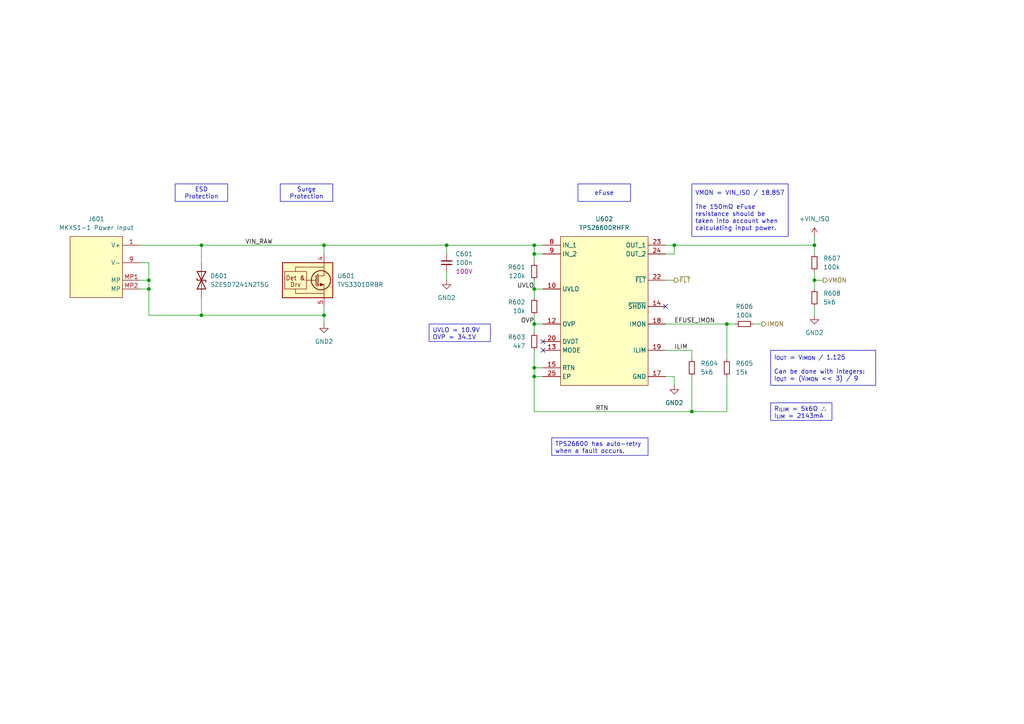
<source format=kicad_sch>
(kicad_sch
	(version 20250114)
	(generator "eeschema")
	(generator_version "9.0")
	(uuid "6139b196-2010-4e19-82b7-223f6d94fbae")
	(paper "A4")
	(title_block
		(title "Power In (Connector Side)")
		(date "2025-06-30")
		(comment 4 "Power input and protection for the connector side of the PCB.")
	)
	(lib_symbols
		(symbol "Device:C_Small"
			(pin_numbers
				(hide yes)
			)
			(pin_names
				(offset 0.254)
				(hide yes)
			)
			(exclude_from_sim no)
			(in_bom yes)
			(on_board yes)
			(property "Reference" "C"
				(at 0.254 1.778 0)
				(effects
					(font
						(size 1.27 1.27)
					)
					(justify left)
				)
			)
			(property "Value" "C_Small"
				(at 0.254 -2.032 0)
				(effects
					(font
						(size 1.27 1.27)
					)
					(justify left)
				)
			)
			(property "Footprint" ""
				(at 0 0 0)
				(effects
					(font
						(size 1.27 1.27)
					)
					(hide yes)
				)
			)
			(property "Datasheet" "~"
				(at 0 0 0)
				(effects
					(font
						(size 1.27 1.27)
					)
					(hide yes)
				)
			)
			(property "Description" "Unpolarized capacitor, small symbol"
				(at 0 0 0)
				(effects
					(font
						(size 1.27 1.27)
					)
					(hide yes)
				)
			)
			(property "ki_keywords" "capacitor cap"
				(at 0 0 0)
				(effects
					(font
						(size 1.27 1.27)
					)
					(hide yes)
				)
			)
			(property "ki_fp_filters" "C_*"
				(at 0 0 0)
				(effects
					(font
						(size 1.27 1.27)
					)
					(hide yes)
				)
			)
			(symbol "C_Small_0_1"
				(polyline
					(pts
						(xy -1.524 0.508) (xy 1.524 0.508)
					)
					(stroke
						(width 0.3048)
						(type default)
					)
					(fill
						(type none)
					)
				)
				(polyline
					(pts
						(xy -1.524 -0.508) (xy 1.524 -0.508)
					)
					(stroke
						(width 0.3302)
						(type default)
					)
					(fill
						(type none)
					)
				)
			)
			(symbol "C_Small_1_1"
				(pin passive line
					(at 0 2.54 270)
					(length 2.032)
					(name "~"
						(effects
							(font
								(size 1.27 1.27)
							)
						)
					)
					(number "1"
						(effects
							(font
								(size 1.27 1.27)
							)
						)
					)
				)
				(pin passive line
					(at 0 -2.54 90)
					(length 2.032)
					(name "~"
						(effects
							(font
								(size 1.27 1.27)
							)
						)
					)
					(number "2"
						(effects
							(font
								(size 1.27 1.27)
							)
						)
					)
				)
			)
			(embedded_fonts no)
		)
		(symbol "Device:R_Small"
			(pin_numbers
				(hide yes)
			)
			(pin_names
				(offset 0.254)
				(hide yes)
			)
			(exclude_from_sim no)
			(in_bom yes)
			(on_board yes)
			(property "Reference" "R"
				(at 0 0 90)
				(effects
					(font
						(size 1.016 1.016)
					)
				)
			)
			(property "Value" "R_Small"
				(at 1.778 0 90)
				(effects
					(font
						(size 1.27 1.27)
					)
				)
			)
			(property "Footprint" ""
				(at 0 0 0)
				(effects
					(font
						(size 1.27 1.27)
					)
					(hide yes)
				)
			)
			(property "Datasheet" "~"
				(at 0 0 0)
				(effects
					(font
						(size 1.27 1.27)
					)
					(hide yes)
				)
			)
			(property "Description" "Resistor, small symbol"
				(at 0 0 0)
				(effects
					(font
						(size 1.27 1.27)
					)
					(hide yes)
				)
			)
			(property "ki_keywords" "R resistor"
				(at 0 0 0)
				(effects
					(font
						(size 1.27 1.27)
					)
					(hide yes)
				)
			)
			(property "ki_fp_filters" "R_*"
				(at 0 0 0)
				(effects
					(font
						(size 1.27 1.27)
					)
					(hide yes)
				)
			)
			(symbol "R_Small_0_1"
				(rectangle
					(start -0.762 1.778)
					(end 0.762 -1.778)
					(stroke
						(width 0.2032)
						(type default)
					)
					(fill
						(type none)
					)
				)
			)
			(symbol "R_Small_1_1"
				(pin passive line
					(at 0 2.54 270)
					(length 0.762)
					(name "~"
						(effects
							(font
								(size 1.27 1.27)
							)
						)
					)
					(number "1"
						(effects
							(font
								(size 1.27 1.27)
							)
						)
					)
				)
				(pin passive line
					(at 0 -2.54 90)
					(length 0.762)
					(name "~"
						(effects
							(font
								(size 1.27 1.27)
							)
						)
					)
					(number "2"
						(effects
							(font
								(size 1.27 1.27)
							)
						)
					)
				)
			)
			(embedded_fonts no)
		)
		(symbol "PWR-CONN:MKXS1-1 Power Input"
			(exclude_from_sim no)
			(in_bom yes)
			(on_board yes)
			(property "Reference" "J"
				(at 0 5.08 0)
				(effects
					(font
						(size 1.27 1.27)
					)
				)
			)
			(property "Value" "MKXS1-1 Power Input"
				(at 0 2.54 0)
				(effects
					(font
						(size 1.27 1.27)
					)
				)
			)
			(property "Footprint" "project_footprints:10132798-031100LF"
				(at 0 -20.32 0)
				(effects
					(font
						(size 1.27 1.27)
					)
					(hide yes)
				)
			)
			(property "Datasheet" "https://cdn.amphenol-cs.com/media/wysiwyg/files/drawing/10132798.pdf"
				(at 0 -22.86 0)
				(effects
					(font
						(size 1.27 1.27)
					)
					(hide yes)
				)
			)
			(property "Description" ""
				(at 0 0 0)
				(effects
					(font
						(size 1.27 1.27)
					)
					(hide yes)
				)
			)
			(symbol "MKXS1-1 Power Input_1_1"
				(rectangle
					(start -7.62 0)
					(end 7.62 -17.78)
					(stroke
						(width 0)
						(type solid)
					)
					(fill
						(type background)
					)
				)
				(pin power_out line
					(at -12.7 -2.54 0)
					(length 5.08)
					(name "V+"
						(effects
							(font
								(size 1.27 1.27)
							)
						)
					)
					(number "1"
						(effects
							(font
								(size 1.27 1.27)
							)
						)
					)
				)
				(pin passive line
					(at -12.7 -2.54 0)
					(length 5.08)
					(hide yes)
					(name "V+"
						(effects
							(font
								(size 1.27 1.27)
							)
						)
					)
					(number "2"
						(effects
							(font
								(size 1.27 1.27)
							)
						)
					)
				)
				(pin passive line
					(at -12.7 -2.54 0)
					(length 5.08)
					(hide yes)
					(name "V+"
						(effects
							(font
								(size 1.27 1.27)
							)
						)
					)
					(number "25"
						(effects
							(font
								(size 1.27 1.27)
							)
						)
					)
				)
				(pin passive line
					(at -12.7 -2.54 0)
					(length 5.08)
					(hide yes)
					(name "V+"
						(effects
							(font
								(size 1.27 1.27)
							)
						)
					)
					(number "26"
						(effects
							(font
								(size 1.27 1.27)
							)
						)
					)
				)
				(pin passive line
					(at -12.7 -2.54 0)
					(length 5.08)
					(hide yes)
					(name "V+"
						(effects
							(font
								(size 1.27 1.27)
							)
						)
					)
					(number "27"
						(effects
							(font
								(size 1.27 1.27)
							)
						)
					)
				)
				(pin passive line
					(at -12.7 -2.54 0)
					(length 5.08)
					(hide yes)
					(name "V+"
						(effects
							(font
								(size 1.27 1.27)
							)
						)
					)
					(number "28"
						(effects
							(font
								(size 1.27 1.27)
							)
						)
					)
				)
				(pin passive line
					(at -12.7 -2.54 0)
					(length 5.08)
					(hide yes)
					(name "V+"
						(effects
							(font
								(size 1.27 1.27)
							)
						)
					)
					(number "29"
						(effects
							(font
								(size 1.27 1.27)
							)
						)
					)
				)
				(pin passive line
					(at -12.7 -2.54 0)
					(length 5.08)
					(hide yes)
					(name "V+"
						(effects
							(font
								(size 1.27 1.27)
							)
						)
					)
					(number "3"
						(effects
							(font
								(size 1.27 1.27)
							)
						)
					)
				)
				(pin passive line
					(at -12.7 -2.54 0)
					(length 5.08)
					(hide yes)
					(name "V+"
						(effects
							(font
								(size 1.27 1.27)
							)
						)
					)
					(number "30"
						(effects
							(font
								(size 1.27 1.27)
							)
						)
					)
				)
				(pin passive line
					(at -12.7 -2.54 0)
					(length 5.08)
					(hide yes)
					(name "V+"
						(effects
							(font
								(size 1.27 1.27)
							)
						)
					)
					(number "4"
						(effects
							(font
								(size 1.27 1.27)
							)
						)
					)
				)
				(pin passive line
					(at -12.7 -2.54 0)
					(length 5.08)
					(hide yes)
					(name "V+"
						(effects
							(font
								(size 1.27 1.27)
							)
						)
					)
					(number "5"
						(effects
							(font
								(size 1.27 1.27)
							)
						)
					)
				)
				(pin passive line
					(at -12.7 -2.54 0)
					(length 5.08)
					(hide yes)
					(name "V+"
						(effects
							(font
								(size 1.27 1.27)
							)
						)
					)
					(number "6"
						(effects
							(font
								(size 1.27 1.27)
							)
						)
					)
				)
				(pin passive line
					(at -12.7 -7.62 0)
					(length 5.08)
					(hide yes)
					(name "V-"
						(effects
							(font
								(size 1.27 1.27)
							)
						)
					)
					(number "10"
						(effects
							(font
								(size 1.27 1.27)
							)
						)
					)
				)
				(pin passive line
					(at -12.7 -7.62 0)
					(length 5.08)
					(hide yes)
					(name "V-"
						(effects
							(font
								(size 1.27 1.27)
							)
						)
					)
					(number "11"
						(effects
							(font
								(size 1.27 1.27)
							)
						)
					)
				)
				(pin passive line
					(at -12.7 -7.62 0)
					(length 5.08)
					(hide yes)
					(name "V-"
						(effects
							(font
								(size 1.27 1.27)
							)
						)
					)
					(number "12"
						(effects
							(font
								(size 1.27 1.27)
							)
						)
					)
				)
				(pin passive line
					(at -12.7 -7.62 0)
					(length 5.08)
					(hide yes)
					(name "V-"
						(effects
							(font
								(size 1.27 1.27)
							)
						)
					)
					(number "19"
						(effects
							(font
								(size 1.27 1.27)
							)
						)
					)
				)
				(pin passive line
					(at -12.7 -7.62 0)
					(length 5.08)
					(hide yes)
					(name "V-"
						(effects
							(font
								(size 1.27 1.27)
							)
						)
					)
					(number "20"
						(effects
							(font
								(size 1.27 1.27)
							)
						)
					)
				)
				(pin passive line
					(at -12.7 -7.62 0)
					(length 5.08)
					(hide yes)
					(name "V-"
						(effects
							(font
								(size 1.27 1.27)
							)
						)
					)
					(number "21"
						(effects
							(font
								(size 1.27 1.27)
							)
						)
					)
				)
				(pin passive line
					(at -12.7 -7.62 0)
					(length 5.08)
					(hide yes)
					(name "V-"
						(effects
							(font
								(size 1.27 1.27)
							)
						)
					)
					(number "22"
						(effects
							(font
								(size 1.27 1.27)
							)
						)
					)
				)
				(pin passive line
					(at -12.7 -7.62 0)
					(length 5.08)
					(hide yes)
					(name "V-"
						(effects
							(font
								(size 1.27 1.27)
							)
						)
					)
					(number "23"
						(effects
							(font
								(size 1.27 1.27)
							)
						)
					)
				)
				(pin passive line
					(at -12.7 -7.62 0)
					(length 5.08)
					(hide yes)
					(name "V-"
						(effects
							(font
								(size 1.27 1.27)
							)
						)
					)
					(number "24"
						(effects
							(font
								(size 1.27 1.27)
							)
						)
					)
				)
				(pin passive line
					(at -12.7 -7.62 0)
					(length 5.08)
					(hide yes)
					(name "V-"
						(effects
							(font
								(size 1.27 1.27)
							)
						)
					)
					(number "7"
						(effects
							(font
								(size 1.27 1.27)
							)
						)
					)
				)
				(pin passive line
					(at -12.7 -7.62 0)
					(length 5.08)
					(hide yes)
					(name "V-"
						(effects
							(font
								(size 1.27 1.27)
							)
						)
					)
					(number "8"
						(effects
							(font
								(size 1.27 1.27)
							)
						)
					)
				)
				(pin power_out line
					(at -12.7 -7.62 0)
					(length 5.08)
					(name "V-"
						(effects
							(font
								(size 1.27 1.27)
							)
						)
					)
					(number "9"
						(effects
							(font
								(size 1.27 1.27)
							)
						)
					)
				)
				(pin passive line
					(at -12.7 -12.7 0)
					(length 5.08)
					(name "MP"
						(effects
							(font
								(size 1.27 1.27)
							)
						)
					)
					(number "MP1"
						(effects
							(font
								(size 1.27 1.27)
							)
						)
					)
				)
				(pin passive line
					(at -12.7 -15.24 0)
					(length 5.08)
					(name "MP"
						(effects
							(font
								(size 1.27 1.27)
							)
						)
					)
					(number "MP2"
						(effects
							(font
								(size 1.27 1.27)
							)
						)
					)
				)
				(pin no_connect line
					(at 12.7 -2.54 180)
					(length 5.08)
					(hide yes)
					(name "RFU"
						(effects
							(font
								(size 1.27 1.27)
							)
						)
					)
					(number "13"
						(effects
							(font
								(size 1.27 1.27)
							)
						)
					)
				)
				(pin no_connect line
					(at 12.7 -5.08 180)
					(length 5.08)
					(hide yes)
					(name "RFU"
						(effects
							(font
								(size 1.27 1.27)
							)
						)
					)
					(number "14"
						(effects
							(font
								(size 1.27 1.27)
							)
						)
					)
				)
				(pin no_connect line
					(at 12.7 -7.62 180)
					(length 5.08)
					(hide yes)
					(name "RFU"
						(effects
							(font
								(size 1.27 1.27)
							)
						)
					)
					(number "15"
						(effects
							(font
								(size 1.27 1.27)
							)
						)
					)
				)
				(pin no_connect line
					(at 12.7 -10.16 180)
					(length 5.08)
					(hide yes)
					(name "RFU"
						(effects
							(font
								(size 1.27 1.27)
							)
						)
					)
					(number "16"
						(effects
							(font
								(size 1.27 1.27)
							)
						)
					)
				)
				(pin no_connect line
					(at 12.7 -12.7 180)
					(length 5.08)
					(hide yes)
					(name "RFU"
						(effects
							(font
								(size 1.27 1.27)
							)
						)
					)
					(number "17"
						(effects
							(font
								(size 1.27 1.27)
							)
						)
					)
				)
				(pin no_connect line
					(at 12.7 -15.24 180)
					(length 5.08)
					(hide yes)
					(name "RFU"
						(effects
							(font
								(size 1.27 1.27)
							)
						)
					)
					(number "18"
						(effects
							(font
								(size 1.27 1.27)
							)
						)
					)
				)
			)
			(embedded_fonts no)
		)
		(symbol "PWR-SWCH:TPS26600RHFR"
			(exclude_from_sim no)
			(in_bom yes)
			(on_board yes)
			(property "Reference" "U"
				(at 0 5.08 0)
				(effects
					(font
						(size 1.27 1.27)
					)
				)
			)
			(property "Value" "TPS26600RHFR"
				(at 0 2.54 0)
				(effects
					(font
						(size 1.27 1.27)
					)
				)
			)
			(property "Footprint" "project_footprints:QFN50P400X500X100-25N-D"
				(at 26.67 -84.76 0)
				(effects
					(font
						(size 1.27 1.27)
					)
					(justify left top)
					(hide yes)
				)
			)
			(property "Datasheet" "http://www.ti.com/lit/gpn/tps2660"
				(at 26.67 -184.76 0)
				(effects
					(font
						(size 1.27 1.27)
					)
					(justify left top)
					(hide yes)
				)
			)
			(property "Description" "60V 2A Industrial eFuse With Integrated Reverse-Input Polarity Protection, Auto-retry"
				(at 0 -45.72 0)
				(effects
					(font
						(size 1.27 1.27)
					)
					(hide yes)
				)
			)
			(property "Height" "1"
				(at 26.67 -384.76 0)
				(effects
					(font
						(size 1.27 1.27)
					)
					(justify left top)
					(hide yes)
				)
			)
			(property "Mouser Part Number" "595-TPS26601RHFR"
				(at 26.67 -484.76 0)
				(effects
					(font
						(size 1.27 1.27)
					)
					(justify left top)
					(hide yes)
				)
			)
			(property "Mouser Price/Stock" "https://www.mouser.co.uk/ProductDetail/Texas-Instruments/TPS26601RHFR?qs=6BVwEky2YVyoesJQjfL0Lw%3D%3D"
				(at 26.67 -584.76 0)
				(effects
					(font
						(size 1.27 1.27)
					)
					(justify left top)
					(hide yes)
				)
			)
			(property "Manufacturer_Name" "Texas Instruments"
				(at 26.67 -684.76 0)
				(effects
					(font
						(size 1.27 1.27)
					)
					(justify left top)
					(hide yes)
				)
			)
			(property "Manufacturer_Part_Number" "TPS26601RHFR"
				(at 26.67 -784.76 0)
				(effects
					(font
						(size 1.27 1.27)
					)
					(justify left top)
					(hide yes)
				)
			)
			(symbol "TPS26600RHFR_1_1"
				(rectangle
					(start -12.7 0)
					(end 12.7 -43.18)
					(stroke
						(width 0)
						(type solid)
					)
					(fill
						(type background)
					)
				)
				(pin power_in line
					(at -17.78 -2.54 0)
					(length 5.08)
					(name "IN_1"
						(effects
							(font
								(size 1.27 1.27)
							)
						)
					)
					(number "8"
						(effects
							(font
								(size 1.27 1.27)
							)
						)
					)
				)
				(pin power_in line
					(at -17.78 -5.08 0)
					(length 5.08)
					(name "IN_2"
						(effects
							(font
								(size 1.27 1.27)
							)
						)
					)
					(number "9"
						(effects
							(font
								(size 1.27 1.27)
							)
						)
					)
				)
				(pin no_connect line
					(at -17.78 -7.62 0)
					(length 5.08)
					(hide yes)
					(name "NC"
						(effects
							(font
								(size 1.27 1.27)
							)
						)
					)
					(number "1"
						(effects
							(font
								(size 1.27 1.27)
							)
						)
					)
				)
				(pin no_connect line
					(at -17.78 -10.16 0)
					(length 5.08)
					(hide yes)
					(name "NC"
						(effects
							(font
								(size 1.27 1.27)
							)
						)
					)
					(number "2"
						(effects
							(font
								(size 1.27 1.27)
							)
						)
					)
				)
				(pin no_connect line
					(at -17.78 -12.7 0)
					(length 5.08)
					(hide yes)
					(name "NC"
						(effects
							(font
								(size 1.27 1.27)
							)
						)
					)
					(number "3"
						(effects
							(font
								(size 1.27 1.27)
							)
						)
					)
				)
				(pin input line
					(at -17.78 -15.24 0)
					(length 5.08)
					(name "UVLO"
						(effects
							(font
								(size 1.27 1.27)
							)
						)
					)
					(number "10"
						(effects
							(font
								(size 1.27 1.27)
							)
						)
					)
				)
				(pin no_connect line
					(at -17.78 -17.78 0)
					(length 5.08)
					(hide yes)
					(name "NC"
						(effects
							(font
								(size 1.27 1.27)
							)
						)
					)
					(number "4"
						(effects
							(font
								(size 1.27 1.27)
							)
						)
					)
				)
				(pin no_connect line
					(at -17.78 -20.32 0)
					(length 5.08)
					(hide yes)
					(name "NC"
						(effects
							(font
								(size 1.27 1.27)
							)
						)
					)
					(number "5"
						(effects
							(font
								(size 1.27 1.27)
							)
						)
					)
				)
				(pin no_connect line
					(at -17.78 -22.86 0)
					(length 5.08)
					(hide yes)
					(name "NC"
						(effects
							(font
								(size 1.27 1.27)
							)
						)
					)
					(number "6"
						(effects
							(font
								(size 1.27 1.27)
							)
						)
					)
				)
				(pin input line
					(at -17.78 -25.4 0)
					(length 5.08)
					(name "OVP"
						(effects
							(font
								(size 1.27 1.27)
							)
						)
					)
					(number "12"
						(effects
							(font
								(size 1.27 1.27)
							)
						)
					)
				)
				(pin no_connect line
					(at -17.78 -27.94 0)
					(length 5.08)
					(hide yes)
					(name "NC"
						(effects
							(font
								(size 1.27 1.27)
							)
						)
					)
					(number "7"
						(effects
							(font
								(size 1.27 1.27)
							)
						)
					)
				)
				(pin bidirectional line
					(at -17.78 -30.48 0)
					(length 5.08)
					(name "DVDT"
						(effects
							(font
								(size 1.27 1.27)
							)
						)
					)
					(number "20"
						(effects
							(font
								(size 1.27 1.27)
							)
						)
					)
				)
				(pin input line
					(at -17.78 -33.02 0)
					(length 5.08)
					(name "MODE"
						(effects
							(font
								(size 1.27 1.27)
							)
						)
					)
					(number "13"
						(effects
							(font
								(size 1.27 1.27)
							)
						)
					)
				)
				(pin no_connect line
					(at -17.78 -35.56 0)
					(length 5.08)
					(hide yes)
					(name "NC"
						(effects
							(font
								(size 1.27 1.27)
							)
						)
					)
					(number "11"
						(effects
							(font
								(size 1.27 1.27)
							)
						)
					)
				)
				(pin passive line
					(at -17.78 -38.1 0)
					(length 5.08)
					(name "RTN"
						(effects
							(font
								(size 1.27 1.27)
							)
						)
					)
					(number "15"
						(effects
							(font
								(size 1.27 1.27)
							)
						)
					)
				)
				(pin passive line
					(at -17.78 -40.64 0)
					(length 5.08)
					(name "EP"
						(effects
							(font
								(size 1.27 1.27)
							)
						)
					)
					(number "25"
						(effects
							(font
								(size 1.27 1.27)
							)
						)
					)
				)
				(pin power_out line
					(at 17.78 -2.54 180)
					(length 5.08)
					(name "OUT_1"
						(effects
							(font
								(size 1.27 1.27)
							)
						)
					)
					(number "23"
						(effects
							(font
								(size 1.27 1.27)
							)
						)
					)
				)
				(pin passive line
					(at 17.78 -5.08 180)
					(length 5.08)
					(name "OUT_2"
						(effects
							(font
								(size 1.27 1.27)
							)
						)
					)
					(number "24"
						(effects
							(font
								(size 1.27 1.27)
							)
						)
					)
				)
				(pin no_connect line
					(at 17.78 -10.16 180)
					(length 5.08)
					(hide yes)
					(name "NC"
						(effects
							(font
								(size 1.27 1.27)
							)
						)
					)
					(number "21"
						(effects
							(font
								(size 1.27 1.27)
							)
						)
					)
				)
				(pin output line
					(at 17.78 -12.7 180)
					(length 5.08)
					(name "~{FLT}"
						(effects
							(font
								(size 1.27 1.27)
							)
						)
					)
					(number "22"
						(effects
							(font
								(size 1.27 1.27)
							)
						)
					)
				)
				(pin input line
					(at 17.78 -20.32 180)
					(length 5.08)
					(name "~{SHDN}"
						(effects
							(font
								(size 1.27 1.27)
							)
						)
					)
					(number "14"
						(effects
							(font
								(size 1.27 1.27)
							)
						)
					)
				)
				(pin output line
					(at 17.78 -25.4 180)
					(length 5.08)
					(name "IMON"
						(effects
							(font
								(size 1.27 1.27)
							)
						)
					)
					(number "18"
						(effects
							(font
								(size 1.27 1.27)
							)
						)
					)
				)
				(pin bidirectional line
					(at 17.78 -33.02 180)
					(length 5.08)
					(name "ILIM"
						(effects
							(font
								(size 1.27 1.27)
							)
						)
					)
					(number "19"
						(effects
							(font
								(size 1.27 1.27)
							)
						)
					)
				)
				(pin no_connect line
					(at 17.78 -38.1 180)
					(length 5.08)
					(hide yes)
					(name "NC"
						(effects
							(font
								(size 1.27 1.27)
							)
						)
					)
					(number "16"
						(effects
							(font
								(size 1.27 1.27)
							)
						)
					)
				)
				(pin passive line
					(at 17.78 -40.64 180)
					(length 5.08)
					(name "GND"
						(effects
							(font
								(size 1.27 1.27)
							)
						)
					)
					(number "17"
						(effects
							(font
								(size 1.27 1.27)
							)
						)
					)
				)
			)
			(embedded_fonts no)
		)
		(symbol "PWR-SYM:+VIN_ISO"
			(power)
			(pin_numbers
				(hide yes)
			)
			(pin_names
				(offset 0)
				(hide yes)
			)
			(exclude_from_sim no)
			(in_bom yes)
			(on_board yes)
			(property "Reference" "#PWR"
				(at 0 -3.81 0)
				(effects
					(font
						(size 1.27 1.27)
					)
					(hide yes)
				)
			)
			(property "Value" "+VIN_ISO"
				(at 0 3.556 0)
				(effects
					(font
						(size 1.27 1.27)
					)
				)
			)
			(property "Footprint" ""
				(at 0 0 0)
				(effects
					(font
						(size 1.27 1.27)
					)
					(hide yes)
				)
			)
			(property "Datasheet" ""
				(at 0 0 0)
				(effects
					(font
						(size 1.27 1.27)
					)
					(hide yes)
				)
			)
			(property "Description" "Power symbol creates a global label with name \"+VIN_ISO\""
				(at 0 0 0)
				(effects
					(font
						(size 1.27 1.27)
					)
					(hide yes)
				)
			)
			(property "ki_keywords" "global power"
				(at 0 0 0)
				(effects
					(font
						(size 1.27 1.27)
					)
					(hide yes)
				)
			)
			(symbol "+VIN_ISO_0_1"
				(polyline
					(pts
						(xy -0.762 1.27) (xy 0 2.54)
					)
					(stroke
						(width 0)
						(type default)
					)
					(fill
						(type none)
					)
				)
				(polyline
					(pts
						(xy 0 2.54) (xy 0.762 1.27)
					)
					(stroke
						(width 0)
						(type default)
					)
					(fill
						(type none)
					)
				)
				(polyline
					(pts
						(xy 0 0) (xy 0 2.54)
					)
					(stroke
						(width 0)
						(type default)
					)
					(fill
						(type none)
					)
				)
			)
			(symbol "+VIN_ISO_1_1"
				(pin power_in line
					(at 0 0 90)
					(length 0)
					(name "~"
						(effects
							(font
								(size 1.27 1.27)
							)
						)
					)
					(number "1"
						(effects
							(font
								(size 1.27 1.27)
							)
						)
					)
				)
			)
			(embedded_fonts no)
		)
		(symbol "SURGE:TVS3301DRBR"
			(pin_names
				(hide yes)
			)
			(exclude_from_sim no)
			(in_bom yes)
			(on_board yes)
			(property "Reference" "U"
				(at 17.78 -2.54 0)
				(effects
					(font
						(size 1.27 1.27)
					)
				)
			)
			(property "Value" "TVS3301DRBR"
				(at 17.78 -5.08 0)
				(effects
					(font
						(size 1.27 1.27)
					)
				)
			)
			(property "Footprint" "project_footprints:SON65P300X300X100-9N-D"
				(at 26.67 -94.92 0)
				(effects
					(font
						(size 1.27 1.27)
					)
					(justify left top)
					(hide yes)
				)
			)
			(property "Datasheet" "https://www.ti.com/lit/ds/symlink/tvs3301.pdf"
				(at 26.67 -194.92 0)
				(effects
					(font
						(size 1.27 1.27)
					)
					(justify left top)
					(hide yes)
				)
			)
			(property "Description" "ESD Suppressors / TVS Diodes BIDIRECTIONAL PRECISION SURGE DIODES"
				(at 0 -40.64 0)
				(effects
					(font
						(size 1.27 1.27)
					)
					(hide yes)
				)
			)
			(symbol "TVS3301DRBR_0_0"
				(rectangle
					(start -6.35 -2.54)
					(end 0 -7.62)
					(stroke
						(width 0)
						(type default)
					)
					(fill
						(type none)
					)
				)
				(polyline
					(pts
						(xy -3.175 -2.54) (xy -3.175 -1.27) (xy 5.08 -1.27)
					)
					(stroke
						(width 0)
						(type default)
					)
					(fill
						(type none)
					)
				)
				(polyline
					(pts
						(xy -3.175 -7.62) (xy -3.175 -8.89) (xy 5.08 -8.89)
					)
					(stroke
						(width 0)
						(type default)
					)
					(fill
						(type none)
					)
				)
				(polyline
					(pts
						(xy 5.08 -3.81) (xy 3.302 -3.81)
					)
					(stroke
						(width 0)
						(type default)
					)
					(fill
						(type none)
					)
				)
				(text "Det &"
					(at -3.175 -4.445 0)
					(effects
						(font
							(size 1.27 1.27)
						)
					)
				)
				(text "Drv"
					(at -3.175 -6.35 0)
					(effects
						(font
							(size 1.27 1.27)
						)
					)
				)
			)
			(symbol "TVS3301DRBR_0_1"
				(rectangle
					(start -6.985 0)
					(end 7.62 -10.16)
					(stroke
						(width 0.254)
						(type default)
					)
					(fill
						(type background)
					)
				)
				(polyline
					(pts
						(xy 2.794 -3.683) (xy 2.794 -6.604)
					)
					(stroke
						(width 0.254)
						(type default)
					)
					(fill
						(type none)
					)
				)
				(polyline
					(pts
						(xy 2.794 -5.08) (xy 0 -5.08)
					)
					(stroke
						(width 0)
						(type default)
					)
					(fill
						(type none)
					)
				)
				(polyline
					(pts
						(xy 3.302 -3.302) (xy 3.302 -6.858)
					)
					(stroke
						(width 0.254)
						(type default)
					)
					(fill
						(type none)
					)
				)
				(circle
					(center 4.191 -5.08)
					(radius 2.794)
					(stroke
						(width 0.254)
						(type default)
					)
					(fill
						(type none)
					)
				)
				(polyline
					(pts
						(xy 4.953 -6.35) (xy 3.937 -6.731) (xy 3.937 -5.969) (xy 4.953 -6.35)
					)
					(stroke
						(width 0)
						(type default)
					)
					(fill
						(type outline)
					)
				)
				(polyline
					(pts
						(xy 5.08 0) (xy 5.08 -2.54)
					)
					(stroke
						(width 0)
						(type default)
					)
					(fill
						(type none)
					)
				)
				(polyline
					(pts
						(xy 5.08 -2.54) (xy 5.08 -3.81)
					)
					(stroke
						(width 0)
						(type default)
					)
					(fill
						(type none)
					)
				)
				(polyline
					(pts
						(xy 5.08 -7.62) (xy 5.08 -10.16)
					)
					(stroke
						(width 0)
						(type default)
					)
					(fill
						(type none)
					)
				)
				(polyline
					(pts
						(xy 5.08 -7.62) (xy 5.08 -6.35) (xy 3.302 -6.35)
					)
					(stroke
						(width 0)
						(type default)
					)
					(fill
						(type none)
					)
				)
			)
			(symbol "TVS3301DRBR_1_1"
				(pin input line
					(at 5.08 2.54 270)
					(length 2.54)
					(hide yes)
					(name "IN"
						(effects
							(font
								(size 1.27 1.27)
							)
						)
					)
					(number "1"
						(effects
							(font
								(size 1.27 1.27)
							)
						)
					)
				)
				(pin input line
					(at 5.08 2.54 270)
					(length 2.54)
					(hide yes)
					(name "IN"
						(effects
							(font
								(size 1.27 1.27)
							)
						)
					)
					(number "2"
						(effects
							(font
								(size 1.27 1.27)
							)
						)
					)
				)
				(pin input line
					(at 5.08 2.54 270)
					(length 2.54)
					(hide yes)
					(name "IN"
						(effects
							(font
								(size 1.27 1.27)
							)
						)
					)
					(number "3"
						(effects
							(font
								(size 1.27 1.27)
							)
						)
					)
				)
				(pin input line
					(at 5.08 2.54 270)
					(length 2.54)
					(name "IN"
						(effects
							(font
								(size 1.27 1.27)
							)
						)
					)
					(number "4"
						(effects
							(font
								(size 1.27 1.27)
							)
						)
					)
				)
				(pin power_in line
					(at 5.08 -12.7 90)
					(length 2.54)
					(name "GND"
						(effects
							(font
								(size 1.27 1.27)
							)
						)
					)
					(number "5"
						(effects
							(font
								(size 1.27 1.27)
							)
						)
					)
				)
				(pin passive line
					(at 5.08 -12.7 90)
					(length 2.54)
					(hide yes)
					(name "GND"
						(effects
							(font
								(size 1.27 1.27)
							)
						)
					)
					(number "6"
						(effects
							(font
								(size 1.27 1.27)
							)
						)
					)
				)
				(pin passive line
					(at 5.08 -12.7 90)
					(length 2.54)
					(hide yes)
					(name "GND"
						(effects
							(font
								(size 1.27 1.27)
							)
						)
					)
					(number "7"
						(effects
							(font
								(size 1.27 1.27)
							)
						)
					)
				)
				(pin passive line
					(at 5.08 -12.7 90)
					(length 2.54)
					(hide yes)
					(name "GND"
						(effects
							(font
								(size 1.27 1.27)
							)
						)
					)
					(number "8"
						(effects
							(font
								(size 1.27 1.27)
							)
						)
					)
				)
				(pin no_connect line
					(at 10.16 -5.08 180)
					(length 2.54)
					(hide yes)
					(name "NC"
						(effects
							(font
								(size 1.27 1.27)
							)
						)
					)
					(number "9"
						(effects
							(font
								(size 1.27 1.27)
							)
						)
					)
				)
			)
			(embedded_fonts no)
		)
		(symbol "TVS:SZESD7241N2T5G"
			(pin_numbers
				(hide yes)
			)
			(pin_names
				(hide yes)
			)
			(exclude_from_sim no)
			(in_bom yes)
			(on_board yes)
			(property "Reference" "D"
				(at 0 3.81 0)
				(effects
					(font
						(size 1.27 1.27)
					)
				)
			)
			(property "Value" "SZESD7241N2T5G"
				(at 0 1.27 0)
				(effects
					(font
						(size 1.27 1.27)
					)
				)
			)
			(property "Footprint" "project_footprints:SZESD7462N2T5G"
				(at -16.51 -10.16 0)
				(effects
					(font
						(size 1.27 1.27)
					)
					(justify left bottom)
					(hide yes)
				)
			)
			(property "Datasheet" "https://www.onsemi.com/pub/Collateral/ESD7241-D.PDF"
				(at -29.21 -12.7 0)
				(effects
					(font
						(size 1.27 1.27)
					)
					(justify left bottom)
					(hide yes)
				)
			)
			(property "Description" "SZESD7241MXWT5G Wettable Flank Package; SZ Prefix for Automotive and Other Applications Requiring Unique Site and Control Change Requirements; AECQ101 Qualified and PPAP CapableSZ Prefix for Automotive and Other Applications Requiring Unique Site and Control Change Requirements; AECQ101 Qualified and PPAP Capable; Ultra-Low Capacitance: < 1.0pF Max; Low Leakage: < 0.5uA; IEC61000-4-2 (ESD): Level 4 +/-28kV Contact; IEC61000-4-4 (EFT): 40A - 5/50ns; IEC61000-4-5 (Lightning): 1A - 8/20us; These Devices are Pb"
				(at 0 -6.35 0)
				(effects
					(font
						(size 1.27 1.27)
					)
					(hide yes)
				)
			)
			(property "Height" "0.4"
				(at -1.27 -15.24 0)
				(effects
					(font
						(size 1.27 1.27)
					)
					(justify left bottom)
					(hide yes)
				)
			)
			(property "Mouser Part Number" "863-SZESD7241N2T5G"
				(at -11.43 -17.78 0)
				(effects
					(font
						(size 1.27 1.27)
					)
					(justify left bottom)
					(hide yes)
				)
			)
			(property "Mouser Price/Stock" "https://www.mouser.co.uk/ProductDetail/onsemi/SZESD7241N2T5G?qs=z6PAvqrnkvSq0oMCl81g4Q%3D%3D"
				(at -49.53 -20.32 0)
				(effects
					(font
						(size 1.27 1.27)
					)
					(justify left bottom)
					(hide yes)
				)
			)
			(property "Manufacturer_Name" "onsemi"
				(at -3.81 -22.86 0)
				(effects
					(font
						(size 1.27 1.27)
					)
					(justify left bottom)
					(hide yes)
				)
			)
			(property "Manufacturer_Part_Number" "SZESD7241N2T5G"
				(at -8.89 -25.4 0)
				(effects
					(font
						(size 1.27 1.27)
					)
					(justify left bottom)
					(hide yes)
				)
			)
			(symbol "SZESD7241N2T5G_0_1"
				(polyline
					(pts
						(xy -2.54 -1.27) (xy -2.54 -3.81) (xy 2.54 -1.27) (xy 2.54 -3.81) (xy -2.54 -1.27)
					)
					(stroke
						(width 0.254)
						(type default)
					)
					(fill
						(type none)
					)
				)
				(polyline
					(pts
						(xy 0.508 -1.27) (xy 0 -1.27) (xy 0 -3.81) (xy -0.508 -3.81)
					)
					(stroke
						(width 0.254)
						(type default)
					)
					(fill
						(type none)
					)
				)
				(polyline
					(pts
						(xy 1.27 -2.54) (xy -1.27 -2.54)
					)
					(stroke
						(width 0)
						(type default)
					)
					(fill
						(type none)
					)
				)
			)
			(symbol "SZESD7241N2T5G_1_1"
				(pin passive line
					(at -5.08 -2.54 0)
					(length 3.81)
					(name "A1"
						(effects
							(font
								(size 1.27 1.27)
							)
						)
					)
					(number "1"
						(effects
							(font
								(size 1.27 1.27)
							)
						)
					)
				)
				(pin passive line
					(at 5.08 -2.54 180)
					(length 3.81)
					(name "A2"
						(effects
							(font
								(size 1.27 1.27)
							)
						)
					)
					(number "2"
						(effects
							(font
								(size 1.27 1.27)
							)
						)
					)
				)
			)
			(embedded_fonts no)
		)
		(symbol "power:GND2"
			(power)
			(pin_numbers
				(hide yes)
			)
			(pin_names
				(offset 0)
				(hide yes)
			)
			(exclude_from_sim no)
			(in_bom yes)
			(on_board yes)
			(property "Reference" "#PWR"
				(at 0 -6.35 0)
				(effects
					(font
						(size 1.27 1.27)
					)
					(hide yes)
				)
			)
			(property "Value" "GND2"
				(at 0 -3.81 0)
				(effects
					(font
						(size 1.27 1.27)
					)
				)
			)
			(property "Footprint" ""
				(at 0 0 0)
				(effects
					(font
						(size 1.27 1.27)
					)
					(hide yes)
				)
			)
			(property "Datasheet" ""
				(at 0 0 0)
				(effects
					(font
						(size 1.27 1.27)
					)
					(hide yes)
				)
			)
			(property "Description" "Power symbol creates a global label with name \"GND2\" , ground"
				(at 0 0 0)
				(effects
					(font
						(size 1.27 1.27)
					)
					(hide yes)
				)
			)
			(property "ki_keywords" "global power"
				(at 0 0 0)
				(effects
					(font
						(size 1.27 1.27)
					)
					(hide yes)
				)
			)
			(symbol "GND2_0_1"
				(polyline
					(pts
						(xy 0 0) (xy 0 -1.27) (xy 1.27 -1.27) (xy 0 -2.54) (xy -1.27 -1.27) (xy 0 -1.27)
					)
					(stroke
						(width 0)
						(type default)
					)
					(fill
						(type none)
					)
				)
			)
			(symbol "GND2_1_1"
				(pin power_in line
					(at 0 0 270)
					(length 0)
					(name "~"
						(effects
							(font
								(size 1.27 1.27)
							)
						)
					)
					(number "1"
						(effects
							(font
								(size 1.27 1.27)
							)
						)
					)
				)
			)
			(embedded_fonts no)
		)
	)
	(text_box "eFuse"
		(exclude_from_sim no)
		(at 167.64 53.34 0)
		(size 15.24 5.08)
		(margins 0.9525 0.9525 0.9525 0.9525)
		(stroke
			(width 0)
			(type solid)
		)
		(fill
			(type none)
		)
		(effects
			(font
				(size 1.27 1.27)
			)
		)
		(uuid "2a6e6ec5-ea67-4ea8-b7b4-98bad5dd2878")
	)
	(text_box "Surge Protection"
		(exclude_from_sim no)
		(at 81.28 53.34 0)
		(size 15.24 5.08)
		(margins 0.9525 0.9525 0.9525 0.9525)
		(stroke
			(width 0)
			(type solid)
		)
		(fill
			(type none)
		)
		(effects
			(font
				(size 1.27 1.27)
			)
		)
		(uuid "37e61709-4d62-4c62-9d0c-b7f2128188e5")
	)
	(text_box "I_{OUT} = V_{IMON} / 1.125\n\nCan be done with integers:\nI_{OUT} = (V_{IMON} << 3) / 9"
		(exclude_from_sim no)
		(at 223.52 101.6 0)
		(size 30.48 10.16)
		(margins 0.9525 0.9525 0.9525 0.9525)
		(stroke
			(width 0)
			(type solid)
		)
		(fill
			(type none)
		)
		(effects
			(font
				(size 1.27 1.27)
			)
			(justify left)
		)
		(uuid "385d7972-904c-457a-bb53-a280cb052b25")
	)
	(text_box "UVLO = 10.9V\nOVP = 34.1V"
		(exclude_from_sim no)
		(at 124.46 93.98 0)
		(size 17.78 5.08)
		(margins 0.9525 0.9525 0.9525 0.9525)
		(stroke
			(width 0)
			(type solid)
		)
		(fill
			(type none)
		)
		(effects
			(font
				(size 1.27 1.27)
			)
			(justify left top)
		)
		(uuid "553797ca-9669-42ce-98b4-9893e41a559a")
	)
	(text_box "VMON = VIN_ISO / 18.857\n\nThe 150mΩ eFuse resistance should be taken into account when calculating input power."
		(exclude_from_sim no)
		(at 200.66 53.34 0)
		(size 27.94 15.24)
		(margins 0.9525 0.9525 0.9525 0.9525)
		(stroke
			(width 0)
			(type solid)
		)
		(fill
			(type none)
		)
		(effects
			(font
				(size 1.27 1.27)
			)
			(justify left)
		)
		(uuid "8e91d9fd-05d5-40ce-a470-6b460c19c79e")
	)
	(text_box "TPS26600 has auto-retry when a fault occurs."
		(exclude_from_sim no)
		(at 160.02 127 0)
		(size 27.94 5.08)
		(margins 0.9525 0.9525 0.9525 0.9525)
		(stroke
			(width 0)
			(type solid)
		)
		(fill
			(type none)
		)
		(effects
			(font
				(size 1.27 1.27)
			)
			(justify left top)
		)
		(uuid "8f7bc7c1-6403-438e-a343-b8cac31e7133")
	)
	(text_box "R_{ILIM} = 5k6Ω ∴ I_{LIM} = 2143mA"
		(exclude_from_sim no)
		(at 223.52 116.84 0)
		(size 17.78 5.08)
		(margins 0.9525 0.9525 0.9525 0.9525)
		(stroke
			(width 0)
			(type solid)
		)
		(fill
			(type none)
		)
		(effects
			(font
				(size 1.27 1.27)
			)
			(justify left top)
		)
		(uuid "b28fb810-7f7a-4de8-af59-7f34f8692683")
	)
	(text_box "ESD Protection"
		(exclude_from_sim no)
		(at 50.8 53.34 0)
		(size 15.24 5.08)
		(margins 0.9525 0.9525 0.9525 0.9525)
		(stroke
			(width 0)
			(type solid)
		)
		(fill
			(type none)
		)
		(effects
			(font
				(size 1.27 1.27)
			)
		)
		(uuid "c0e98d53-a9b9-4e6c-a21e-db065457bd2f")
	)
	(junction
		(at 154.94 71.12)
		(diameter 0)
		(color 0 0 0 0)
		(uuid "1cb4debb-dcf2-4768-8850-a43d004d0904")
	)
	(junction
		(at 154.94 109.22)
		(diameter 0)
		(color 0 0 0 0)
		(uuid "27aa5429-de56-4cbd-8d01-5fe211bb4b94")
	)
	(junction
		(at 195.58 71.12)
		(diameter 0)
		(color 0 0 0 0)
		(uuid "306dc4b0-547f-4a79-8cc5-dcf9ffd84dd8")
	)
	(junction
		(at 93.98 91.44)
		(diameter 0)
		(color 0 0 0 0)
		(uuid "47bdf577-d384-4399-8416-5e9022ad3e2b")
	)
	(junction
		(at 58.42 91.44)
		(diameter 0)
		(color 0 0 0 0)
		(uuid "6bfd8205-5d1b-4632-be12-7ee97d490ce2")
	)
	(junction
		(at 200.66 119.38)
		(diameter 0)
		(color 0 0 0 0)
		(uuid "7a6b30f6-dd05-4dce-90ca-0744c8176749")
	)
	(junction
		(at 210.82 93.98)
		(diameter 0)
		(color 0 0 0 0)
		(uuid "85af7f49-8529-4eda-8bf0-0a2427ec7344")
	)
	(junction
		(at 43.18 83.82)
		(diameter 0)
		(color 0 0 0 0)
		(uuid "9c815e4d-29e6-4412-9e26-c6f766f81346")
	)
	(junction
		(at 58.42 71.12)
		(diameter 0)
		(color 0 0 0 0)
		(uuid "a7fa8b76-79fa-43c5-b857-61f8ef1e1d62")
	)
	(junction
		(at 154.94 93.98)
		(diameter 0)
		(color 0 0 0 0)
		(uuid "adab23c8-aed3-4502-ab1f-fee6363881aa")
	)
	(junction
		(at 129.54 71.12)
		(diameter 0)
		(color 0 0 0 0)
		(uuid "b04d2772-74d8-41e2-9b62-547689db0ef9")
	)
	(junction
		(at 236.22 81.28)
		(diameter 0)
		(color 0 0 0 0)
		(uuid "b32c1dc1-d7e4-4429-ac6f-2a971b2cddc4")
	)
	(junction
		(at 154.94 73.66)
		(diameter 0)
		(color 0 0 0 0)
		(uuid "b7173670-5be5-4cd4-a93b-e1874a007fe1")
	)
	(junction
		(at 43.18 81.28)
		(diameter 0)
		(color 0 0 0 0)
		(uuid "b88b2b7b-dd55-447a-8b18-a32fe1df99c5")
	)
	(junction
		(at 154.94 83.82)
		(diameter 0)
		(color 0 0 0 0)
		(uuid "bf4737b3-de03-44ad-854d-26ea2d4b80a3")
	)
	(junction
		(at 154.94 106.68)
		(diameter 0)
		(color 0 0 0 0)
		(uuid "cb9ddcdd-ece8-4d2f-b7cc-980641bccde5")
	)
	(junction
		(at 236.22 71.12)
		(diameter 0)
		(color 0 0 0 0)
		(uuid "d03c9305-e361-4218-8dee-e6956654ff0a")
	)
	(junction
		(at 93.98 71.12)
		(diameter 0)
		(color 0 0 0 0)
		(uuid "edc015b8-8d9d-492d-8271-5e01b07513a2")
	)
	(no_connect
		(at 193.04 88.9)
		(uuid "2ad6d46e-5fd0-473f-85a5-619522a5d540")
	)
	(no_connect
		(at 157.48 101.6)
		(uuid "9613fa22-fd64-4589-89bc-fb4720ffe24f")
	)
	(no_connect
		(at 157.48 99.06)
		(uuid "c1a7b5c3-e0d3-4348-a471-2c34cf182e15")
	)
	(wire
		(pts
			(xy 58.42 71.12) (xy 93.98 71.12)
		)
		(stroke
			(width 0)
			(type default)
		)
		(uuid "030c386c-81a6-4a6a-b1be-73584c746296")
	)
	(wire
		(pts
			(xy 43.18 76.2) (xy 43.18 81.28)
		)
		(stroke
			(width 0)
			(type default)
		)
		(uuid "05ab951f-3f0a-4258-b4a8-1b900fdda728")
	)
	(wire
		(pts
			(xy 43.18 81.28) (xy 43.18 83.82)
		)
		(stroke
			(width 0)
			(type default)
		)
		(uuid "0a056c93-b043-413d-b457-093c51a6ad53")
	)
	(wire
		(pts
			(xy 193.04 73.66) (xy 195.58 73.66)
		)
		(stroke
			(width 0)
			(type default)
		)
		(uuid "101bb660-9896-4101-ae04-92176a1f43bb")
	)
	(wire
		(pts
			(xy 154.94 71.12) (xy 154.94 73.66)
		)
		(stroke
			(width 0)
			(type default)
		)
		(uuid "180b4dfa-df04-4966-a0ff-c996264311a0")
	)
	(wire
		(pts
			(xy 154.94 109.22) (xy 154.94 106.68)
		)
		(stroke
			(width 0)
			(type default)
		)
		(uuid "1f20e7fb-a00b-43a2-91ad-241ecdd2ec0f")
	)
	(wire
		(pts
			(xy 157.48 106.68) (xy 154.94 106.68)
		)
		(stroke
			(width 0)
			(type default)
		)
		(uuid "38c096a5-fffa-4ebb-89c1-afe1e5163a7b")
	)
	(wire
		(pts
			(xy 236.22 81.28) (xy 236.22 83.82)
		)
		(stroke
			(width 0)
			(type default)
		)
		(uuid "3fc0bb14-6c4b-44e9-99e2-24a9aa131210")
	)
	(wire
		(pts
			(xy 195.58 71.12) (xy 195.58 73.66)
		)
		(stroke
			(width 0)
			(type default)
		)
		(uuid "43878ffb-6932-4db2-a9a9-afb41b5e7630")
	)
	(wire
		(pts
			(xy 210.82 109.22) (xy 210.82 119.38)
		)
		(stroke
			(width 0)
			(type default)
		)
		(uuid "4deafe34-079b-4512-af1f-bd78bcc577b1")
	)
	(wire
		(pts
			(xy 195.58 71.12) (xy 236.22 71.12)
		)
		(stroke
			(width 0)
			(type default)
		)
		(uuid "545eccba-dcdf-4cf4-9271-d3dde8f329b8")
	)
	(wire
		(pts
			(xy 210.82 119.38) (xy 200.66 119.38)
		)
		(stroke
			(width 0)
			(type default)
		)
		(uuid "57322896-8911-4edd-b065-91650de14015")
	)
	(wire
		(pts
			(xy 200.66 104.14) (xy 200.66 101.6)
		)
		(stroke
			(width 0)
			(type default)
		)
		(uuid "57d6a78e-7636-417f-bb89-99b14a81f41b")
	)
	(wire
		(pts
			(xy 43.18 91.44) (xy 58.42 91.44)
		)
		(stroke
			(width 0)
			(type default)
		)
		(uuid "58e67a73-77be-4741-a61c-1e0330cef1e4")
	)
	(wire
		(pts
			(xy 210.82 104.14) (xy 210.82 93.98)
		)
		(stroke
			(width 0)
			(type default)
		)
		(uuid "5b693af5-a7d0-43a6-8f01-fbf666bb8c49")
	)
	(wire
		(pts
			(xy 40.64 83.82) (xy 43.18 83.82)
		)
		(stroke
			(width 0)
			(type default)
		)
		(uuid "5e0d668d-19cd-4ac8-aa4c-264e6a5813b0")
	)
	(wire
		(pts
			(xy 236.22 88.9) (xy 236.22 91.44)
		)
		(stroke
			(width 0)
			(type default)
		)
		(uuid "62a22a76-bf5f-45e6-af2d-14620e27b9e5")
	)
	(wire
		(pts
			(xy 157.48 83.82) (xy 154.94 83.82)
		)
		(stroke
			(width 0)
			(type default)
		)
		(uuid "64f09461-8f67-4fbf-b6b5-4197f1432661")
	)
	(wire
		(pts
			(xy 195.58 109.22) (xy 195.58 111.76)
		)
		(stroke
			(width 0)
			(type default)
		)
		(uuid "6f6d4976-50b7-4a21-a99e-6c8a1a54057c")
	)
	(wire
		(pts
			(xy 40.64 76.2) (xy 43.18 76.2)
		)
		(stroke
			(width 0)
			(type default)
		)
		(uuid "7686d9e2-0c85-4dd7-984c-ce43358863bd")
	)
	(wire
		(pts
			(xy 154.94 81.28) (xy 154.94 83.82)
		)
		(stroke
			(width 0)
			(type default)
		)
		(uuid "776dcfcf-63c7-4447-b547-43bc0de1208c")
	)
	(wire
		(pts
			(xy 43.18 81.28) (xy 40.64 81.28)
		)
		(stroke
			(width 0)
			(type default)
		)
		(uuid "7f551fe8-fa8d-435c-895c-529a4e6aa642")
	)
	(wire
		(pts
			(xy 40.64 71.12) (xy 58.42 71.12)
		)
		(stroke
			(width 0)
			(type default)
		)
		(uuid "89387384-d701-462e-8124-54e7091b3150")
	)
	(wire
		(pts
			(xy 236.22 73.66) (xy 236.22 71.12)
		)
		(stroke
			(width 0)
			(type default)
		)
		(uuid "8d827721-6468-44b9-aa53-5e856e979605")
	)
	(wire
		(pts
			(xy 154.94 109.22) (xy 157.48 109.22)
		)
		(stroke
			(width 0)
			(type default)
		)
		(uuid "91980d27-00cd-4bc5-b34f-e95e3fdb7bc0")
	)
	(wire
		(pts
			(xy 236.22 78.74) (xy 236.22 81.28)
		)
		(stroke
			(width 0)
			(type default)
		)
		(uuid "966660f3-41f6-462d-9524-6879fa595a81")
	)
	(wire
		(pts
			(xy 58.42 91.44) (xy 93.98 91.44)
		)
		(stroke
			(width 0)
			(type default)
		)
		(uuid "967648c6-dc1c-4032-af50-08a01ad75380")
	)
	(wire
		(pts
			(xy 93.98 88.9) (xy 93.98 91.44)
		)
		(stroke
			(width 0)
			(type default)
		)
		(uuid "99b784d0-eedc-43f5-bdc1-96ab1b7b1fcd")
	)
	(wire
		(pts
			(xy 154.94 91.44) (xy 154.94 93.98)
		)
		(stroke
			(width 0)
			(type default)
		)
		(uuid "9cff2352-ad8e-45c3-b884-67b2d8f62745")
	)
	(wire
		(pts
			(xy 193.04 101.6) (xy 200.66 101.6)
		)
		(stroke
			(width 0)
			(type default)
		)
		(uuid "9e05b5b6-ef53-41f8-ac89-9c629d78ca84")
	)
	(wire
		(pts
			(xy 193.04 71.12) (xy 195.58 71.12)
		)
		(stroke
			(width 0)
			(type default)
		)
		(uuid "a454d473-e5b0-448a-abc1-b854ef160a52")
	)
	(wire
		(pts
			(xy 129.54 73.66) (xy 129.54 71.12)
		)
		(stroke
			(width 0)
			(type default)
		)
		(uuid "a97a669f-0061-41a1-b356-8050d99249ae")
	)
	(wire
		(pts
			(xy 193.04 81.28) (xy 195.58 81.28)
		)
		(stroke
			(width 0)
			(type default)
		)
		(uuid "b16dd22e-007f-4931-95f9-2f0bfb583662")
	)
	(wire
		(pts
			(xy 154.94 119.38) (xy 154.94 109.22)
		)
		(stroke
			(width 0)
			(type default)
		)
		(uuid "b1a711a3-2661-4ad1-854b-39b983027701")
	)
	(wire
		(pts
			(xy 200.66 109.22) (xy 200.66 119.38)
		)
		(stroke
			(width 0)
			(type default)
		)
		(uuid "b5a0c8f2-e067-4894-8dab-54e8ce23a250")
	)
	(wire
		(pts
			(xy 210.82 93.98) (xy 193.04 93.98)
		)
		(stroke
			(width 0)
			(type default)
		)
		(uuid "b87d858d-d2ee-4867-bf6c-942c08750eb0")
	)
	(wire
		(pts
			(xy 154.94 101.6) (xy 154.94 106.68)
		)
		(stroke
			(width 0)
			(type default)
		)
		(uuid "bf9034c1-6f4c-46de-9025-65687ee7a727")
	)
	(wire
		(pts
			(xy 218.44 93.98) (xy 220.98 93.98)
		)
		(stroke
			(width 0)
			(type default)
		)
		(uuid "c328a983-eb93-473f-9860-d9bf8b6e260d")
	)
	(wire
		(pts
			(xy 210.82 93.98) (xy 213.36 93.98)
		)
		(stroke
			(width 0)
			(type default)
		)
		(uuid "c619ece9-d993-40f9-9e18-05f9ca71b9f5")
	)
	(wire
		(pts
			(xy 200.66 119.38) (xy 154.94 119.38)
		)
		(stroke
			(width 0)
			(type default)
		)
		(uuid "c78a33ac-ea51-4732-aabb-cc22afbb217e")
	)
	(wire
		(pts
			(xy 154.94 83.82) (xy 154.94 86.36)
		)
		(stroke
			(width 0)
			(type default)
		)
		(uuid "cabafdf6-db7f-4507-9dd5-55e022f02f98")
	)
	(wire
		(pts
			(xy 129.54 71.12) (xy 154.94 71.12)
		)
		(stroke
			(width 0)
			(type default)
		)
		(uuid "cb4c0046-9751-4d3f-9a82-b38b7f1bf847")
	)
	(wire
		(pts
			(xy 129.54 78.74) (xy 129.54 81.28)
		)
		(stroke
			(width 0)
			(type default)
		)
		(uuid "cca1a1e2-3969-45a5-9d78-094e62f727f0")
	)
	(wire
		(pts
			(xy 58.42 76.2) (xy 58.42 71.12)
		)
		(stroke
			(width 0)
			(type default)
		)
		(uuid "d3b3d704-43a2-49e3-9571-3c337f3f0be1")
	)
	(wire
		(pts
			(xy 193.04 109.22) (xy 195.58 109.22)
		)
		(stroke
			(width 0)
			(type default)
		)
		(uuid "d4a6fb67-397f-4757-98b5-f6d637b1c6f5")
	)
	(wire
		(pts
			(xy 58.42 91.44) (xy 58.42 86.36)
		)
		(stroke
			(width 0)
			(type default)
		)
		(uuid "d8f6ef8b-ef20-4d1d-88e8-163064f97468")
	)
	(wire
		(pts
			(xy 93.98 71.12) (xy 129.54 71.12)
		)
		(stroke
			(width 0)
			(type default)
		)
		(uuid "df484c17-630a-4071-837f-1fef3f4f8b3f")
	)
	(wire
		(pts
			(xy 236.22 68.58) (xy 236.22 71.12)
		)
		(stroke
			(width 0)
			(type default)
		)
		(uuid "df9f4cb8-4c74-46d8-8c52-31573c0950f5")
	)
	(wire
		(pts
			(xy 154.94 93.98) (xy 157.48 93.98)
		)
		(stroke
			(width 0)
			(type default)
		)
		(uuid "e0177a71-1bfd-4e16-b60f-d57cde6a29d4")
	)
	(wire
		(pts
			(xy 157.48 73.66) (xy 154.94 73.66)
		)
		(stroke
			(width 0)
			(type default)
		)
		(uuid "e0a5af6d-3d4f-472a-a170-b35a9675731e")
	)
	(wire
		(pts
			(xy 43.18 83.82) (xy 43.18 91.44)
		)
		(stroke
			(width 0)
			(type default)
		)
		(uuid "ed7b129e-54eb-4563-b36e-b17f620d2ca7")
	)
	(wire
		(pts
			(xy 93.98 91.44) (xy 93.98 93.98)
		)
		(stroke
			(width 0)
			(type default)
		)
		(uuid "f66fced1-616e-40a3-b686-2d2ade8c59ac")
	)
	(wire
		(pts
			(xy 154.94 71.12) (xy 157.48 71.12)
		)
		(stroke
			(width 0)
			(type default)
		)
		(uuid "fa965052-e699-4f05-855d-526a2f08fe75")
	)
	(wire
		(pts
			(xy 93.98 73.66) (xy 93.98 71.12)
		)
		(stroke
			(width 0)
			(type default)
		)
		(uuid "fce9422b-7672-473e-a04a-d360e8825533")
	)
	(wire
		(pts
			(xy 154.94 93.98) (xy 154.94 96.52)
		)
		(stroke
			(width 0)
			(type default)
		)
		(uuid "fd0867a2-5295-464e-94c3-a62d341ff122")
	)
	(wire
		(pts
			(xy 154.94 73.66) (xy 154.94 76.2)
		)
		(stroke
			(width 0)
			(type default)
		)
		(uuid "ff7caa57-20b3-47e8-b717-9642950ad512")
	)
	(wire
		(pts
			(xy 236.22 81.28) (xy 238.76 81.28)
		)
		(stroke
			(width 0)
			(type default)
		)
		(uuid "ff813dfe-058b-48f8-b752-6700414fcf77")
	)
	(label "RTN"
		(at 172.72 119.38 0)
		(effects
			(font
				(size 1.27 1.27)
			)
			(justify left bottom)
		)
		(uuid "33506a13-7f0e-45a5-8e11-e08a04ad9dd9")
	)
	(label "VIN_RAW"
		(at 71.12 71.12 0)
		(effects
			(font
				(size 1.27 1.27)
			)
			(justify left bottom)
		)
		(uuid "383ed705-5cd4-47c7-abc9-c4f139973e42")
	)
	(label "UVLO"
		(at 154.94 83.82 180)
		(effects
			(font
				(size 1.27 1.27)
			)
			(justify right bottom)
		)
		(uuid "6e3ff78a-eec8-4e43-8451-de9f2924dbc4")
	)
	(label "ILIM"
		(at 195.58 101.6 0)
		(effects
			(font
				(size 1.27 1.27)
			)
			(justify left bottom)
		)
		(uuid "8958c0a7-9f99-446e-9111-ed3c9b2a3913")
	)
	(label "OVP"
		(at 154.94 93.98 180)
		(effects
			(font
				(size 1.27 1.27)
			)
			(justify right bottom)
		)
		(uuid "a14898c6-38eb-48f4-bd27-d532388449fb")
	)
	(label "EFUSE_IMON"
		(at 195.58 93.98 0)
		(effects
			(font
				(size 1.27 1.27)
			)
			(justify left bottom)
		)
		(uuid "f15cb8bd-cc7c-41b1-ad3f-8171f799b458")
	)
	(hierarchical_label "VMON"
		(shape output)
		(at 238.76 81.28 0)
		(effects
			(font
				(size 1.27 1.27)
			)
			(justify left)
		)
		(uuid "4d531612-3bbf-497c-8bc3-73d83f136607")
	)
	(hierarchical_label "~{FLT}"
		(shape output)
		(at 195.58 81.28 0)
		(effects
			(font
				(size 1.27 1.27)
			)
			(justify left)
		)
		(uuid "5d18264f-a314-465e-b985-4293e94b187b")
	)
	(hierarchical_label "IMON"
		(shape output)
		(at 220.98 93.98 0)
		(effects
			(font
				(size 1.27 1.27)
			)
			(justify left)
		)
		(uuid "eba09774-be76-4f01-869b-01b61aafda8e")
	)
	(symbol
		(lib_id "PWR-SWCH:TPS26600RHFR")
		(at 175.26 68.58 0)
		(unit 1)
		(exclude_from_sim no)
		(in_bom yes)
		(on_board yes)
		(dnp no)
		(fields_autoplaced yes)
		(uuid "1149c088-45be-4f01-b79e-5ae7c8506127")
		(property "Reference" "U602"
			(at 175.26 63.5 0)
			(effects
				(font
					(size 1.27 1.27)
				)
			)
		)
		(property "Value" "TPS26600RHFR"
			(at 175.26 66.04 0)
			(effects
				(font
					(size 1.27 1.27)
				)
			)
		)
		(property "Footprint" "project_footprints:QFN50P400X500X100-25N-D"
			(at 201.93 153.34 0)
			(effects
				(font
					(size 1.27 1.27)
				)
				(justify left top)
				(hide yes)
			)
		)
		(property "Datasheet" "http://www.ti.com/lit/gpn/tps2660"
			(at 201.93 253.34 0)
			(effects
				(font
					(size 1.27 1.27)
				)
				(justify left top)
				(hide yes)
			)
		)
		(property "Description" "60V 2A Industrial eFuse With Integrated Reverse-Input Polarity Protection, Auto-retry"
			(at 175.26 114.3 0)
			(effects
				(font
					(size 1.27 1.27)
				)
				(hide yes)
			)
		)
		(property "Height" "1"
			(at 201.93 453.34 0)
			(effects
				(font
					(size 1.27 1.27)
				)
				(justify left top)
				(hide yes)
			)
		)
		(property "Mouser Part Number" "595-TPS26601RHFR"
			(at 201.93 553.34 0)
			(effects
				(font
					(size 1.27 1.27)
				)
				(justify left top)
				(hide yes)
			)
		)
		(property "Mouser Price/Stock" "https://www.mouser.co.uk/ProductDetail/Texas-Instruments/TPS26601RHFR?qs=6BVwEky2YVyoesJQjfL0Lw%3D%3D"
			(at 201.93 653.34 0)
			(effects
				(font
					(size 1.27 1.27)
				)
				(justify left top)
				(hide yes)
			)
		)
		(property "Manufacturer_Name" "Texas Instruments"
			(at 201.93 753.34 0)
			(effects
				(font
					(size 1.27 1.27)
				)
				(justify left top)
				(hide yes)
			)
		)
		(property "Manufacturer_Part_Number" "TPS26601RHFR"
			(at 201.93 853.34 0)
			(effects
				(font
					(size 1.27 1.27)
				)
				(justify left top)
				(hide yes)
			)
		)
		(pin "9"
			(uuid "3bd0f332-04a2-421c-a8d2-1fc279b85912")
		)
		(pin "8"
			(uuid "45dfff46-64ad-4279-9bf0-9178076f5ffa")
		)
		(pin "10"
			(uuid "8b8ea6a4-5de5-490c-abc9-4950ddc47d0d")
		)
		(pin "12"
			(uuid "53f7fdcd-36c5-4440-912d-da3c723d43a8")
		)
		(pin "13"
			(uuid "dd50c027-c2c9-4130-858e-300de0b36f2c")
		)
		(pin "20"
			(uuid "fd6fac3a-17e9-498d-9003-155396bbdb12")
		)
		(pin "15"
			(uuid "c2f69b21-5e24-43c4-acd1-7b55752d872a")
		)
		(pin "1"
			(uuid "76115bad-9f8b-483d-9f07-f45ceeb486e1")
		)
		(pin "3"
			(uuid "9559b61f-7e80-4096-af32-0263bf318aad")
		)
		(pin "23"
			(uuid "e7755422-16e0-43e3-8342-655bf656e062")
		)
		(pin "14"
			(uuid "5086235d-c1ed-4455-9b05-38d6ca5739ae")
		)
		(pin "16"
			(uuid "47cfdf63-3aec-4223-825e-272e279f7f65")
		)
		(pin "24"
			(uuid "1d0892ac-074e-4e79-ae00-bb80bd420533")
		)
		(pin "22"
			(uuid "fc74f69c-8ebe-4af2-8373-6ad0757e735f")
		)
		(pin "21"
			(uuid "18c1e037-c498-4e56-9bc1-535ff62dba12")
		)
		(pin "2"
			(uuid "bb8ce3a8-ec65-43a1-9fed-29b82dd45a49")
		)
		(pin "25"
			(uuid "fc031e70-4410-4e35-bacb-7037a19a6a5e")
		)
		(pin "18"
			(uuid "c9d8b7d9-1e84-4fd8-808e-6b2f11c0207e")
		)
		(pin "19"
			(uuid "93853ed2-af19-4ef6-a90f-84945d121b2d")
		)
		(pin "11"
			(uuid "a904b3ed-0486-4e7d-bae1-b612be833bd9")
		)
		(pin "6"
			(uuid "0b9259b0-0f2e-4cf0-990e-bc67cadf9121")
		)
		(pin "4"
			(uuid "b38f2a32-a0c7-4ee9-b465-79c691132cec")
		)
		(pin "7"
			(uuid "e106aa7f-8e47-45c7-b4b5-d51308bd46e3")
		)
		(pin "17"
			(uuid "02509c27-a2b8-43db-a8de-bd447f7e6fa0")
		)
		(pin "5"
			(uuid "fe3fedee-53da-4e32-8b21-937b3655b5f9")
		)
		(instances
			(project "switch_main_v4"
				(path "/a5e57332-4284-4d3c-ab3c-13bc0ddb29b6/b1ff42f5-7cae-489e-9f8e-588cc93f3151/b2e985e0-3ca0-4c8f-ac20-521f3b79109e"
					(reference "U602")
					(unit 1)
				)
			)
		)
	)
	(symbol
		(lib_id "PWR-SYM:+VIN_ISO")
		(at 236.22 68.58 0)
		(unit 1)
		(exclude_from_sim no)
		(in_bom yes)
		(on_board yes)
		(dnp no)
		(fields_autoplaced yes)
		(uuid "270a87c8-660b-4221-a8b4-bf19946f9f59")
		(property "Reference" "#PWR0604"
			(at 236.22 72.39 0)
			(effects
				(font
					(size 1.27 1.27)
				)
				(hide yes)
			)
		)
		(property "Value" "+VIN_ISO"
			(at 236.22 63.5 0)
			(effects
				(font
					(size 1.27 1.27)
				)
			)
		)
		(property "Footprint" ""
			(at 236.22 68.58 0)
			(effects
				(font
					(size 1.27 1.27)
				)
				(hide yes)
			)
		)
		(property "Datasheet" ""
			(at 236.22 68.58 0)
			(effects
				(font
					(size 1.27 1.27)
				)
				(hide yes)
			)
		)
		(property "Description" "Power symbol creates a global label with name \"+VIN_ISO\""
			(at 236.22 68.58 0)
			(effects
				(font
					(size 1.27 1.27)
				)
				(hide yes)
			)
		)
		(pin "1"
			(uuid "01236cbe-e50e-4cfe-b536-8b7204269d16")
		)
		(instances
			(project "switch_main_v4"
				(path "/a5e57332-4284-4d3c-ab3c-13bc0ddb29b6/b1ff42f5-7cae-489e-9f8e-588cc93f3151/b2e985e0-3ca0-4c8f-ac20-521f3b79109e"
					(reference "#PWR0604")
					(unit 1)
				)
			)
		)
	)
	(symbol
		(lib_id "TVS:SZESD7241N2T5G")
		(at 55.88 81.28 90)
		(unit 1)
		(exclude_from_sim no)
		(in_bom yes)
		(on_board yes)
		(dnp no)
		(fields_autoplaced yes)
		(uuid "397a5256-e07c-4d25-ad75-23598a7e6b97")
		(property "Reference" "D601"
			(at 60.96 80.0099 90)
			(effects
				(font
					(size 1.27 1.27)
				)
				(justify right)
			)
		)
		(property "Value" "SZESD7241N2T5G"
			(at 60.96 82.5499 90)
			(effects
				(font
					(size 1.27 1.27)
				)
				(justify right)
			)
		)
		(property "Footprint" "project_footprints:SZESD7462N2T5G"
			(at 66.04 97.79 0)
			(effects
				(font
					(size 1.27 1.27)
				)
				(justify left bottom)
				(hide yes)
			)
		)
		(property "Datasheet" "https://www.onsemi.com/pub/Collateral/ESD7241-D.PDF"
			(at 68.58 110.49 0)
			(effects
				(font
					(size 1.27 1.27)
				)
				(justify left bottom)
				(hide yes)
			)
		)
		(property "Description" "SZESD7241MXWT5G Wettable Flank Package; SZ Prefix for Automotive and Other Applications Requiring Unique Site and Control Change Requirements; AECQ101 Qualified and PPAP CapableSZ Prefix for Automotive and Other Applications Requiring Unique Site and Control Change Requirements; AECQ101 Qualified and PPAP Capable; Ultra-Low Capacitance: < 1.0pF Max; Low Leakage: < 0.5uA; IEC61000-4-2 (ESD): Level 4 +/-28kV Contact; IEC61000-4-4 (EFT): 40A - 5/50ns; IEC61000-4-5 (Lightning): 1A - 8/20us; These Devices are Pb"
			(at 62.23 81.28 0)
			(effects
				(font
					(size 1.27 1.27)
				)
				(hide yes)
			)
		)
		(property "Height" "0.4"
			(at 71.12 82.55 0)
			(effects
				(font
					(size 1.27 1.27)
				)
				(justify left bottom)
				(hide yes)
			)
		)
		(property "Mouser Part Number" "863-SZESD7241N2T5G"
			(at 73.66 92.71 0)
			(effects
				(font
					(size 1.27 1.27)
				)
				(justify left bottom)
				(hide yes)
			)
		)
		(property "Mouser Price/Stock" "https://www.mouser.co.uk/ProductDetail/onsemi/SZESD7241N2T5G?qs=z6PAvqrnkvSq0oMCl81g4Q%3D%3D"
			(at 76.2 130.81 0)
			(effects
				(font
					(size 1.27 1.27)
				)
				(justify left bottom)
				(hide yes)
			)
		)
		(property "Manufacturer_Name" "onsemi"
			(at 78.74 85.09 0)
			(effects
				(font
					(size 1.27 1.27)
				)
				(justify left bottom)
				(hide yes)
			)
		)
		(property "Manufacturer_Part_Number" "SZESD7241N2T5G"
			(at 81.28 90.17 0)
			(effects
				(font
					(size 1.27 1.27)
				)
				(justify left bottom)
				(hide yes)
			)
		)
		(pin "2"
			(uuid "ccac9b04-c6fc-4f1d-bcd5-1eafbde64e63")
		)
		(pin "1"
			(uuid "6c688692-7560-4332-9a89-c5eabe37c006")
		)
		(instances
			(project "switch_main_v4"
				(path "/a5e57332-4284-4d3c-ab3c-13bc0ddb29b6/b1ff42f5-7cae-489e-9f8e-588cc93f3151/b2e985e0-3ca0-4c8f-ac20-521f3b79109e"
					(reference "D601")
					(unit 1)
				)
			)
		)
	)
	(symbol
		(lib_id "power:GND2")
		(at 236.22 91.44 0)
		(unit 1)
		(exclude_from_sim no)
		(in_bom yes)
		(on_board yes)
		(dnp no)
		(fields_autoplaced yes)
		(uuid "3b6a1be5-282d-4aa5-a057-9f686c084160")
		(property "Reference" "#PWR0605"
			(at 236.22 97.79 0)
			(effects
				(font
					(size 1.27 1.27)
				)
				(hide yes)
			)
		)
		(property "Value" "GND2"
			(at 236.22 96.52 0)
			(effects
				(font
					(size 1.27 1.27)
				)
			)
		)
		(property "Footprint" ""
			(at 236.22 91.44 0)
			(effects
				(font
					(size 1.27 1.27)
				)
				(hide yes)
			)
		)
		(property "Datasheet" ""
			(at 236.22 91.44 0)
			(effects
				(font
					(size 1.27 1.27)
				)
				(hide yes)
			)
		)
		(property "Description" "Power symbol creates a global label with name \"GND2\" , ground"
			(at 236.22 91.44 0)
			(effects
				(font
					(size 1.27 1.27)
				)
				(hide yes)
			)
		)
		(pin "1"
			(uuid "ca25dcb6-79ea-44dc-8f99-4e2183abb8e7")
		)
		(instances
			(project "switch_main_v4"
				(path "/a5e57332-4284-4d3c-ab3c-13bc0ddb29b6/b1ff42f5-7cae-489e-9f8e-588cc93f3151/b2e985e0-3ca0-4c8f-ac20-521f3b79109e"
					(reference "#PWR0605")
					(unit 1)
				)
			)
		)
	)
	(symbol
		(lib_id "power:GND2")
		(at 195.58 111.76 0)
		(unit 1)
		(exclude_from_sim no)
		(in_bom yes)
		(on_board yes)
		(dnp no)
		(fields_autoplaced yes)
		(uuid "608dcef9-ea55-4a49-8df1-b810fde37069")
		(property "Reference" "#PWR0603"
			(at 195.58 118.11 0)
			(effects
				(font
					(size 1.27 1.27)
				)
				(hide yes)
			)
		)
		(property "Value" "GND2"
			(at 195.58 116.84 0)
			(effects
				(font
					(size 1.27 1.27)
				)
			)
		)
		(property "Footprint" ""
			(at 195.58 111.76 0)
			(effects
				(font
					(size 1.27 1.27)
				)
				(hide yes)
			)
		)
		(property "Datasheet" ""
			(at 195.58 111.76 0)
			(effects
				(font
					(size 1.27 1.27)
				)
				(hide yes)
			)
		)
		(property "Description" "Power symbol creates a global label with name \"GND2\" , ground"
			(at 195.58 111.76 0)
			(effects
				(font
					(size 1.27 1.27)
				)
				(hide yes)
			)
		)
		(pin "1"
			(uuid "3fede80c-1e6c-4f50-b3d5-f355eab7b803")
		)
		(instances
			(project "switch_main_v4"
				(path "/a5e57332-4284-4d3c-ab3c-13bc0ddb29b6/b1ff42f5-7cae-489e-9f8e-588cc93f3151/b2e985e0-3ca0-4c8f-ac20-521f3b79109e"
					(reference "#PWR0603")
					(unit 1)
				)
			)
		)
	)
	(symbol
		(lib_id "power:GND2")
		(at 93.98 93.98 0)
		(unit 1)
		(exclude_from_sim no)
		(in_bom yes)
		(on_board yes)
		(dnp no)
		(fields_autoplaced yes)
		(uuid "65385fb4-e9da-43ad-94d3-9bd84836e1c1")
		(property "Reference" "#PWR0601"
			(at 93.98 100.33 0)
			(effects
				(font
					(size 1.27 1.27)
				)
				(hide yes)
			)
		)
		(property "Value" "GND2"
			(at 93.98 99.06 0)
			(effects
				(font
					(size 1.27 1.27)
				)
			)
		)
		(property "Footprint" ""
			(at 93.98 93.98 0)
			(effects
				(font
					(size 1.27 1.27)
				)
				(hide yes)
			)
		)
		(property "Datasheet" ""
			(at 93.98 93.98 0)
			(effects
				(font
					(size 1.27 1.27)
				)
				(hide yes)
			)
		)
		(property "Description" "Power symbol creates a global label with name \"GND2\" , ground"
			(at 93.98 93.98 0)
			(effects
				(font
					(size 1.27 1.27)
				)
				(hide yes)
			)
		)
		(pin "1"
			(uuid "42b17ce9-eaea-4872-b152-d3e88f1c832a")
		)
		(instances
			(project "switch_main_v4"
				(path "/a5e57332-4284-4d3c-ab3c-13bc0ddb29b6/b1ff42f5-7cae-489e-9f8e-588cc93f3151/b2e985e0-3ca0-4c8f-ac20-521f3b79109e"
					(reference "#PWR0601")
					(unit 1)
				)
			)
		)
	)
	(symbol
		(lib_id "Device:R_Small")
		(at 154.94 78.74 0)
		(mirror y)
		(unit 1)
		(exclude_from_sim no)
		(in_bom yes)
		(on_board yes)
		(dnp no)
		(uuid "7352648c-1a68-4354-8290-cf69b05e697c")
		(property "Reference" "R601"
			(at 152.4 77.4699 0)
			(effects
				(font
					(size 1.27 1.27)
				)
				(justify left)
			)
		)
		(property "Value" "120k"
			(at 152.4 80.0099 0)
			(effects
				(font
					(size 1.27 1.27)
				)
				(justify left)
			)
		)
		(property "Footprint" "Resistor_SMD:R_0402_1005Metric"
			(at 154.94 78.74 0)
			(effects
				(font
					(size 1.27 1.27)
				)
				(hide yes)
			)
		)
		(property "Datasheet" "~"
			(at 154.94 78.74 0)
			(effects
				(font
					(size 1.27 1.27)
				)
				(hide yes)
			)
		)
		(property "Description" "Resistor, small symbol"
			(at 154.94 78.74 0)
			(effects
				(font
					(size 1.27 1.27)
				)
				(hide yes)
			)
		)
		(pin "1"
			(uuid "838c6692-ea71-44de-bdde-e95ecb372be7")
		)
		(pin "2"
			(uuid "1f7012bc-c7e8-4181-946f-b85a9882e528")
		)
		(instances
			(project "switch_main_v4"
				(path "/a5e57332-4284-4d3c-ab3c-13bc0ddb29b6/b1ff42f5-7cae-489e-9f8e-588cc93f3151/b2e985e0-3ca0-4c8f-ac20-521f3b79109e"
					(reference "R601")
					(unit 1)
				)
			)
		)
	)
	(symbol
		(lib_id "Device:C_Small")
		(at 129.54 76.2 0)
		(mirror x)
		(unit 1)
		(exclude_from_sim no)
		(in_bom yes)
		(on_board yes)
		(dnp no)
		(uuid "7eb48ed2-a6d5-4c9b-817a-76a4843c277e")
		(property "Reference" "C601"
			(at 134.62 73.66 0)
			(effects
				(font
					(size 1.27 1.27)
				)
			)
		)
		(property "Value" "100n"
			(at 134.62 76.2 0)
			(effects
				(font
					(size 1.27 1.27)
				)
			)
		)
		(property "Footprint" "Capacitor_SMD:C_0603_1608Metric"
			(at 129.54 76.2 0)
			(effects
				(font
					(size 1.27 1.27)
				)
				(hide yes)
			)
		)
		(property "Datasheet" "~"
			(at 129.54 76.2 0)
			(effects
				(font
					(size 1.27 1.27)
				)
				(hide yes)
			)
		)
		(property "Description" "Unpolarized capacitor, small symbol"
			(at 129.54 76.2 0)
			(effects
				(font
					(size 1.27 1.27)
				)
				(hide yes)
			)
		)
		(property "Voltage" "100V"
			(at 134.62 78.74 0)
			(effects
				(font
					(size 1.27 1.27)
				)
			)
		)
		(pin "1"
			(uuid "0d8a0c87-7a17-46d0-8b9d-e43325bce4b1")
		)
		(pin "2"
			(uuid "057f6d60-9540-403a-8951-77afafcbe12e")
		)
		(instances
			(project "switch_main_v4"
				(path "/a5e57332-4284-4d3c-ab3c-13bc0ddb29b6/b1ff42f5-7cae-489e-9f8e-588cc93f3151/b2e985e0-3ca0-4c8f-ac20-521f3b79109e"
					(reference "C601")
					(unit 1)
				)
			)
		)
	)
	(symbol
		(lib_id "PWR-CONN:MKXS1-1 Power Input")
		(at 27.94 68.58 0)
		(mirror y)
		(unit 1)
		(exclude_from_sim no)
		(in_bom yes)
		(on_board yes)
		(dnp no)
		(fields_autoplaced yes)
		(uuid "84d91ccb-18bc-4b2a-8c20-b7a7eea33f85")
		(property "Reference" "J601"
			(at 27.94 63.5 0)
			(effects
				(font
					(size 1.27 1.27)
				)
			)
		)
		(property "Value" "MKXS1-1 Power Input"
			(at 27.94 66.04 0)
			(effects
				(font
					(size 1.27 1.27)
				)
			)
		)
		(property "Footprint" "project_footprints:10132798-031100LF"
			(at 27.94 88.9 0)
			(effects
				(font
					(size 1.27 1.27)
				)
				(hide yes)
			)
		)
		(property "Datasheet" "https://cdn.amphenol-cs.com/media/wysiwyg/files/drawing/10132798.pdf"
			(at 27.94 91.44 0)
			(effects
				(font
					(size 1.27 1.27)
				)
				(hide yes)
			)
		)
		(property "Description" ""
			(at 27.94 68.58 0)
			(effects
				(font
					(size 1.27 1.27)
				)
				(hide yes)
			)
		)
		(pin "26"
			(uuid "e37c5a84-2648-4f3b-bbb8-d32cb2bbb3fc")
		)
		(pin "29"
			(uuid "42d7bb18-4ca9-4101-a596-44548167150d")
		)
		(pin "11"
			(uuid "f8ba31f2-1308-4243-8799-108f65bf394f")
		)
		(pin "13"
			(uuid "2edbeace-2ff8-46b4-a03e-4c900e04a9e9")
		)
		(pin "1"
			(uuid "9ab701e3-4ad9-42a3-8d98-cca2de9451c7")
		)
		(pin "28"
			(uuid "2a89bf23-8486-4b4c-ad90-dbef936d1122")
		)
		(pin "3"
			(uuid "0493f847-94bb-46ca-b2d7-8ddf7bf2a9f4")
		)
		(pin "5"
			(uuid "9a1920ce-e901-4a51-bbf4-ae7eca28409e")
		)
		(pin "6"
			(uuid "5d01bbd6-21eb-408a-bf27-1d26397c836a")
		)
		(pin "10"
			(uuid "d4dfe38a-7490-4684-902e-24df530f05e4")
		)
		(pin "2"
			(uuid "e65f409d-06af-4a72-99a0-cbf793b5dab4")
		)
		(pin "25"
			(uuid "49ef8d1e-741d-4916-8e37-d4b714be06e9")
		)
		(pin "27"
			(uuid "1ff953f2-9a01-411c-8c34-5cfca834dca2")
		)
		(pin "30"
			(uuid "e53c8b2f-745f-4a55-99e3-45ceb96e026e")
		)
		(pin "4"
			(uuid "452d5eae-8e17-45d5-a21a-789f859decc1")
		)
		(pin "12"
			(uuid "4a37b6d9-3c0b-412d-96f8-761c9eca3383")
		)
		(pin "19"
			(uuid "95e3ca16-2874-4139-bb28-12e2ee7a2d1d")
		)
		(pin "9"
			(uuid "60a4473c-5f26-4b6c-b09b-3d5bce4fa399")
		)
		(pin "MP1"
			(uuid "8f4c0d06-2e5b-4d43-b07d-920c4746c5ab")
		)
		(pin "22"
			(uuid "eecf28c4-7cb7-49c1-86b4-358ce129127f")
		)
		(pin "17"
			(uuid "1dcc9602-108e-460c-903e-467db88b37d7")
		)
		(pin "MP2"
			(uuid "e6cc0a39-daaf-4793-8306-8859a0feb914")
		)
		(pin "8"
			(uuid "938ca86c-5557-4b56-8970-7e5c5a640a08")
		)
		(pin "23"
			(uuid "0750c2d9-fb31-4325-8af4-5731b52df56f")
		)
		(pin "18"
			(uuid "cb9dd300-a424-4ba0-8852-fcc69f6984d3")
		)
		(pin "7"
			(uuid "8281f5e5-f35d-46a1-b611-fdc98356c24f")
		)
		(pin "21"
			(uuid "cc71f179-4fee-41db-907c-4b5455d2a131")
		)
		(pin "15"
			(uuid "53cc90b5-ed78-412a-9be6-bf2ad1b89854")
		)
		(pin "16"
			(uuid "b6d51618-e4d1-494d-8802-3ec4201e4430")
		)
		(pin "14"
			(uuid "fa12b80e-c950-423b-b2f2-b266dbcb9f8e")
		)
		(pin "20"
			(uuid "621a17a3-98d2-4093-ab8b-14a88078f50a")
		)
		(pin "24"
			(uuid "b539d37d-48e5-4eca-8496-cc9c8854cab2")
		)
		(instances
			(project "switch_main_v4"
				(path "/a5e57332-4284-4d3c-ab3c-13bc0ddb29b6/b1ff42f5-7cae-489e-9f8e-588cc93f3151/b2e985e0-3ca0-4c8f-ac20-521f3b79109e"
					(reference "J601")
					(unit 1)
				)
			)
		)
	)
	(symbol
		(lib_id "Device:R_Small")
		(at 154.94 88.9 0)
		(mirror y)
		(unit 1)
		(exclude_from_sim no)
		(in_bom yes)
		(on_board yes)
		(dnp no)
		(uuid "945b7192-7ac4-4f81-a47b-81ddc756504c")
		(property "Reference" "R602"
			(at 152.4 87.6299 0)
			(effects
				(font
					(size 1.27 1.27)
				)
				(justify left)
			)
		)
		(property "Value" "10k"
			(at 152.4 90.1699 0)
			(effects
				(font
					(size 1.27 1.27)
				)
				(justify left)
			)
		)
		(property "Footprint" "Resistor_SMD:R_0402_1005Metric"
			(at 154.94 88.9 0)
			(effects
				(font
					(size 1.27 1.27)
				)
				(hide yes)
			)
		)
		(property "Datasheet" "~"
			(at 154.94 88.9 0)
			(effects
				(font
					(size 1.27 1.27)
				)
				(hide yes)
			)
		)
		(property "Description" "Resistor, small symbol"
			(at 154.94 88.9 0)
			(effects
				(font
					(size 1.27 1.27)
				)
				(hide yes)
			)
		)
		(pin "1"
			(uuid "c3457e7c-2e42-4072-a000-bd7cef738d08")
		)
		(pin "2"
			(uuid "6eb3211c-4372-441e-b0b0-1c2e9caeba27")
		)
		(instances
			(project "switch_main_v4"
				(path "/a5e57332-4284-4d3c-ab3c-13bc0ddb29b6/b1ff42f5-7cae-489e-9f8e-588cc93f3151/b2e985e0-3ca0-4c8f-ac20-521f3b79109e"
					(reference "R602")
					(unit 1)
				)
			)
		)
	)
	(symbol
		(lib_id "Device:R_Small")
		(at 210.82 106.68 0)
		(mirror x)
		(unit 1)
		(exclude_from_sim no)
		(in_bom yes)
		(on_board yes)
		(dnp no)
		(uuid "a470500a-85bf-4194-94af-01dd93ae34ab")
		(property "Reference" "R605"
			(at 213.36 105.4101 0)
			(effects
				(font
					(size 1.27 1.27)
				)
				(justify left)
			)
		)
		(property "Value" "15k"
			(at 213.36 107.9501 0)
			(effects
				(font
					(size 1.27 1.27)
				)
				(justify left)
			)
		)
		(property "Footprint" "Resistor_SMD:R_0402_1005Metric"
			(at 210.82 106.68 0)
			(effects
				(font
					(size 1.27 1.27)
				)
				(hide yes)
			)
		)
		(property "Datasheet" "~"
			(at 210.82 106.68 0)
			(effects
				(font
					(size 1.27 1.27)
				)
				(hide yes)
			)
		)
		(property "Description" "Resistor, small symbol"
			(at 210.82 106.68 0)
			(effects
				(font
					(size 1.27 1.27)
				)
				(hide yes)
			)
		)
		(pin "1"
			(uuid "414f8150-84cc-484a-9160-31d7a40081a7")
		)
		(pin "2"
			(uuid "dbd2abd7-dc3a-40e8-92df-432465b44001")
		)
		(instances
			(project "switch_main_v4"
				(path "/a5e57332-4284-4d3c-ab3c-13bc0ddb29b6/b1ff42f5-7cae-489e-9f8e-588cc93f3151/b2e985e0-3ca0-4c8f-ac20-521f3b79109e"
					(reference "R605")
					(unit 1)
				)
			)
		)
	)
	(symbol
		(lib_id "SURGE:TVS3301DRBR")
		(at 88.9 76.2 0)
		(unit 1)
		(exclude_from_sim no)
		(in_bom yes)
		(on_board yes)
		(dnp no)
		(fields_autoplaced yes)
		(uuid "a7da3bca-d078-4380-b7c2-fea8357fa861")
		(property "Reference" "U601"
			(at 97.79 80.0099 0)
			(effects
				(font
					(size 1.27 1.27)
				)
				(justify left)
			)
		)
		(property "Value" "TVS3301DRBR"
			(at 97.79 82.5499 0)
			(effects
				(font
					(size 1.27 1.27)
				)
				(justify left)
			)
		)
		(property "Footprint" "project_footprints:SON65P300X300X100-9N-D"
			(at 115.57 171.12 0)
			(effects
				(font
					(size 1.27 1.27)
				)
				(justify left top)
				(hide yes)
			)
		)
		(property "Datasheet" "https://www.ti.com/lit/ds/symlink/tvs3301.pdf"
			(at 115.57 271.12 0)
			(effects
				(font
					(size 1.27 1.27)
				)
				(justify left top)
				(hide yes)
			)
		)
		(property "Description" "ESD Suppressors / TVS Diodes BIDIRECTIONAL PRECISION SURGE DIODES"
			(at 88.9 116.84 0)
			(effects
				(font
					(size 1.27 1.27)
				)
				(hide yes)
			)
		)
		(pin "9"
			(uuid "1c175c3d-b708-4d99-8688-60cdf4e561af")
		)
		(pin "2"
			(uuid "b7573f57-17a1-4494-8100-8cadefd3b7cd")
		)
		(pin "5"
			(uuid "aa195eda-bed8-4a10-9d35-e8ab208185bb")
		)
		(pin "7"
			(uuid "4d46402e-6ee0-45ae-af8f-b39879c25835")
		)
		(pin "1"
			(uuid "ccad920a-91ea-4208-849a-482b4af7f75d")
		)
		(pin "3"
			(uuid "eb12a6f7-da78-4cdc-9ca4-a6ca4a1835ab")
		)
		(pin "6"
			(uuid "098a5c6b-cf1b-4ab3-ac92-2b11297c214b")
		)
		(pin "4"
			(uuid "ae07afbb-65c5-4155-9c4f-3d97c54bdcbf")
		)
		(pin "8"
			(uuid "0fcfc45f-b85d-4b3e-8fd1-b4f04cf54fed")
		)
		(instances
			(project "switch_main_v4"
				(path "/a5e57332-4284-4d3c-ab3c-13bc0ddb29b6/b1ff42f5-7cae-489e-9f8e-588cc93f3151/b2e985e0-3ca0-4c8f-ac20-521f3b79109e"
					(reference "U601")
					(unit 1)
				)
			)
		)
	)
	(symbol
		(lib_id "Device:R_Small")
		(at 236.22 86.36 0)
		(mirror x)
		(unit 1)
		(exclude_from_sim no)
		(in_bom yes)
		(on_board yes)
		(dnp no)
		(uuid "b8251448-a9db-4cfa-9e22-a78a2f84c2ad")
		(property "Reference" "R608"
			(at 238.76 85.09 0)
			(effects
				(font
					(size 1.27 1.27)
				)
				(justify left)
			)
		)
		(property "Value" "5k6"
			(at 238.76 87.63 0)
			(effects
				(font
					(size 1.27 1.27)
				)
				(justify left)
			)
		)
		(property "Footprint" "Resistor_SMD:R_0402_1005Metric"
			(at 236.22 86.36 0)
			(effects
				(font
					(size 1.27 1.27)
				)
				(hide yes)
			)
		)
		(property "Datasheet" "~"
			(at 236.22 86.36 0)
			(effects
				(font
					(size 1.27 1.27)
				)
				(hide yes)
			)
		)
		(property "Description" "Resistor, small symbol"
			(at 236.22 86.36 0)
			(effects
				(font
					(size 1.27 1.27)
				)
				(hide yes)
			)
		)
		(pin "1"
			(uuid "70f63873-80e9-44bc-b1c6-d17746be2ece")
		)
		(pin "2"
			(uuid "c3e217aa-e860-4b1c-84fa-c7531702c849")
		)
		(instances
			(project "switch_main_v4"
				(path "/a5e57332-4284-4d3c-ab3c-13bc0ddb29b6/b1ff42f5-7cae-489e-9f8e-588cc93f3151/b2e985e0-3ca0-4c8f-ac20-521f3b79109e"
					(reference "R608")
					(unit 1)
				)
			)
		)
	)
	(symbol
		(lib_id "Device:R_Small")
		(at 154.94 99.06 0)
		(mirror y)
		(unit 1)
		(exclude_from_sim no)
		(in_bom yes)
		(on_board yes)
		(dnp no)
		(uuid "c72ee70c-c0b6-4870-939c-c5c0c30c833f")
		(property "Reference" "R603"
			(at 152.4 97.7899 0)
			(effects
				(font
					(size 1.27 1.27)
				)
				(justify left)
			)
		)
		(property "Value" "4k7"
			(at 152.4 100.3299 0)
			(effects
				(font
					(size 1.27 1.27)
				)
				(justify left)
			)
		)
		(property "Footprint" "Resistor_SMD:R_0402_1005Metric"
			(at 154.94 99.06 0)
			(effects
				(font
					(size 1.27 1.27)
				)
				(hide yes)
			)
		)
		(property "Datasheet" "~"
			(at 154.94 99.06 0)
			(effects
				(font
					(size 1.27 1.27)
				)
				(hide yes)
			)
		)
		(property "Description" "Resistor, small symbol"
			(at 154.94 99.06 0)
			(effects
				(font
					(size 1.27 1.27)
				)
				(hide yes)
			)
		)
		(pin "1"
			(uuid "0ad20120-04c7-48c5-90df-1e9ca503ae2f")
		)
		(pin "2"
			(uuid "ce5fbbac-fab9-41a5-a45d-e68a063f727b")
		)
		(instances
			(project "switch_main_v4"
				(path "/a5e57332-4284-4d3c-ab3c-13bc0ddb29b6/b1ff42f5-7cae-489e-9f8e-588cc93f3151/b2e985e0-3ca0-4c8f-ac20-521f3b79109e"
					(reference "R603")
					(unit 1)
				)
			)
		)
	)
	(symbol
		(lib_id "Device:R_Small")
		(at 200.66 106.68 0)
		(mirror x)
		(unit 1)
		(exclude_from_sim no)
		(in_bom yes)
		(on_board yes)
		(dnp no)
		(uuid "d4ecd1d9-f69b-4d7c-be70-7321a76f964c")
		(property "Reference" "R604"
			(at 203.2 105.4101 0)
			(effects
				(font
					(size 1.27 1.27)
				)
				(justify left)
			)
		)
		(property "Value" "5k6"
			(at 203.2 107.9501 0)
			(effects
				(font
					(size 1.27 1.27)
				)
				(justify left)
			)
		)
		(property "Footprint" "Resistor_SMD:R_0402_1005Metric"
			(at 200.66 106.68 0)
			(effects
				(font
					(size 1.27 1.27)
				)
				(hide yes)
			)
		)
		(property "Datasheet" "~"
			(at 200.66 106.68 0)
			(effects
				(font
					(size 1.27 1.27)
				)
				(hide yes)
			)
		)
		(property "Description" "Resistor, small symbol"
			(at 200.66 106.68 0)
			(effects
				(font
					(size 1.27 1.27)
				)
				(hide yes)
			)
		)
		(pin "1"
			(uuid "edf1346c-16aa-4252-9bb1-cdeaaf59ba16")
		)
		(pin "2"
			(uuid "85e15eeb-5d2d-4eb7-8ab0-8a64a6789020")
		)
		(instances
			(project "switch_main_v4"
				(path "/a5e57332-4284-4d3c-ab3c-13bc0ddb29b6/b1ff42f5-7cae-489e-9f8e-588cc93f3151/b2e985e0-3ca0-4c8f-ac20-521f3b79109e"
					(reference "R604")
					(unit 1)
				)
			)
		)
	)
	(symbol
		(lib_id "Device:R_Small")
		(at 236.22 76.2 0)
		(mirror x)
		(unit 1)
		(exclude_from_sim no)
		(in_bom yes)
		(on_board yes)
		(dnp no)
		(uuid "d8166b12-fd1a-4f1a-971f-43650137c0a1")
		(property "Reference" "R607"
			(at 238.76 74.93 0)
			(effects
				(font
					(size 1.27 1.27)
				)
				(justify left)
			)
		)
		(property "Value" "100k"
			(at 238.76 77.47 0)
			(effects
				(font
					(size 1.27 1.27)
				)
				(justify left)
			)
		)
		(property "Footprint" "Resistor_SMD:R_0402_1005Metric"
			(at 236.22 76.2 0)
			(effects
				(font
					(size 1.27 1.27)
				)
				(hide yes)
			)
		)
		(property "Datasheet" "~"
			(at 236.22 76.2 0)
			(effects
				(font
					(size 1.27 1.27)
				)
				(hide yes)
			)
		)
		(property "Description" "Resistor, small symbol"
			(at 236.22 76.2 0)
			(effects
				(font
					(size 1.27 1.27)
				)
				(hide yes)
			)
		)
		(pin "1"
			(uuid "363edffe-c010-4545-99a7-1aa78f100057")
		)
		(pin "2"
			(uuid "13e8d1ea-e022-49f1-8f79-5a397c601390")
		)
		(instances
			(project "switch_main_v4"
				(path "/a5e57332-4284-4d3c-ab3c-13bc0ddb29b6/b1ff42f5-7cae-489e-9f8e-588cc93f3151/b2e985e0-3ca0-4c8f-ac20-521f3b79109e"
					(reference "R607")
					(unit 1)
				)
			)
		)
	)
	(symbol
		(lib_id "Device:R_Small")
		(at 215.9 93.98 270)
		(mirror x)
		(unit 1)
		(exclude_from_sim no)
		(in_bom yes)
		(on_board yes)
		(dnp no)
		(uuid "ee772485-3c62-41ba-9de5-fe2820d91ea8")
		(property "Reference" "R606"
			(at 215.9 88.9 90)
			(effects
				(font
					(size 1.27 1.27)
				)
			)
		)
		(property "Value" "100k"
			(at 215.9 91.44 90)
			(effects
				(font
					(size 1.27 1.27)
				)
			)
		)
		(property "Footprint" "Resistor_SMD:R_0402_1005Metric"
			(at 215.9 93.98 0)
			(effects
				(font
					(size 1.27 1.27)
				)
				(hide yes)
			)
		)
		(property "Datasheet" "~"
			(at 215.9 93.98 0)
			(effects
				(font
					(size 1.27 1.27)
				)
				(hide yes)
			)
		)
		(property "Description" "Resistor, small symbol"
			(at 215.9 93.98 0)
			(effects
				(font
					(size 1.27 1.27)
				)
				(hide yes)
			)
		)
		(pin "1"
			(uuid "3fe8c69e-c08a-43bf-be13-0681be9d4965")
		)
		(pin "2"
			(uuid "f2bc287d-c0e5-4432-9577-f888f5c6de70")
		)
		(instances
			(project "switch_main_v4"
				(path "/a5e57332-4284-4d3c-ab3c-13bc0ddb29b6/b1ff42f5-7cae-489e-9f8e-588cc93f3151/b2e985e0-3ca0-4c8f-ac20-521f3b79109e"
					(reference "R606")
					(unit 1)
				)
			)
		)
	)
	(symbol
		(lib_id "power:GND2")
		(at 129.54 81.28 0)
		(unit 1)
		(exclude_from_sim no)
		(in_bom yes)
		(on_board yes)
		(dnp no)
		(fields_autoplaced yes)
		(uuid "f9b5ed4b-0e96-469e-895b-b5cb46e9a701")
		(property "Reference" "#PWR0602"
			(at 129.54 87.63 0)
			(effects
				(font
					(size 1.27 1.27)
				)
				(hide yes)
			)
		)
		(property "Value" "GND2"
			(at 129.54 86.36 0)
			(effects
				(font
					(size 1.27 1.27)
				)
			)
		)
		(property "Footprint" ""
			(at 129.54 81.28 0)
			(effects
				(font
					(size 1.27 1.27)
				)
				(hide yes)
			)
		)
		(property "Datasheet" ""
			(at 129.54 81.28 0)
			(effects
				(font
					(size 1.27 1.27)
				)
				(hide yes)
			)
		)
		(property "Description" "Power symbol creates a global label with name \"GND2\" , ground"
			(at 129.54 81.28 0)
			(effects
				(font
					(size 1.27 1.27)
				)
				(hide yes)
			)
		)
		(pin "1"
			(uuid "098ab4aa-b076-438d-9caa-44bffa11a3a3")
		)
		(instances
			(project "switch_main_v4"
				(path "/a5e57332-4284-4d3c-ab3c-13bc0ddb29b6/b1ff42f5-7cae-489e-9f8e-588cc93f3151/b2e985e0-3ca0-4c8f-ac20-521f3b79109e"
					(reference "#PWR0602")
					(unit 1)
				)
			)
		)
	)
)

</source>
